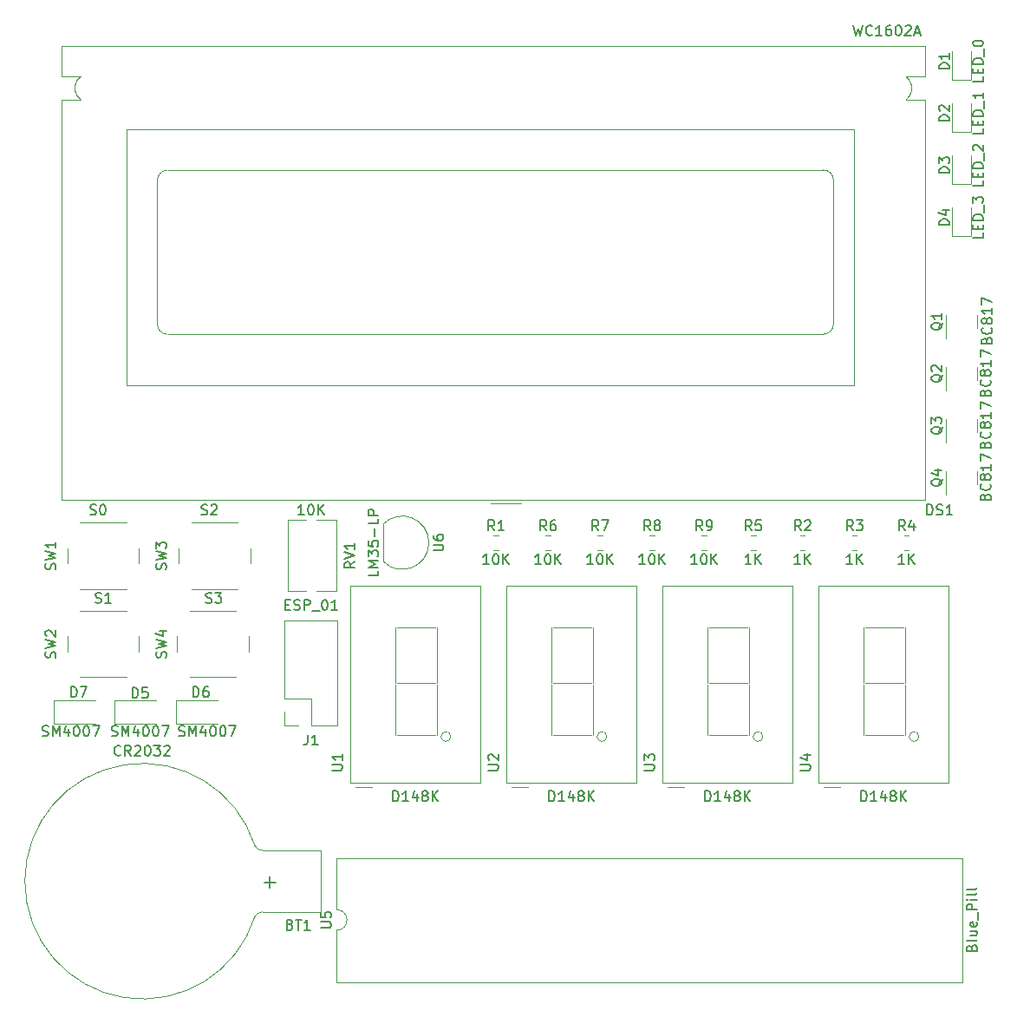
<source format=gbr>
G04 #@! TF.GenerationSoftware,KiCad,Pcbnew,(6.0.8)*
G04 #@! TF.CreationDate,2024-09-05T02:30:57-03:00*
G04 #@! TF.ProjectId,Projeto_01,50726f6a-6574-46f5-9f30-312e6b696361,rev?*
G04 #@! TF.SameCoordinates,Original*
G04 #@! TF.FileFunction,Legend,Top*
G04 #@! TF.FilePolarity,Positive*
%FSLAX46Y46*%
G04 Gerber Fmt 4.6, Leading zero omitted, Abs format (unit mm)*
G04 Created by KiCad (PCBNEW (6.0.8)) date 2024-09-05 02:30:57*
%MOMM*%
%LPD*%
G01*
G04 APERTURE LIST*
%ADD10C,0.150000*%
%ADD11C,0.120000*%
G04 APERTURE END LIST*
D10*
G04 #@! TO.C,U6*
X210022380Y-85851904D02*
X210831904Y-85851904D01*
X210927142Y-85804285D01*
X210974761Y-85756666D01*
X211022380Y-85661428D01*
X211022380Y-85470952D01*
X210974761Y-85375714D01*
X210927142Y-85328095D01*
X210831904Y-85280476D01*
X210022380Y-85280476D01*
X210022380Y-84375714D02*
X210022380Y-84566190D01*
X210070000Y-84661428D01*
X210117619Y-84709047D01*
X210260476Y-84804285D01*
X210450952Y-84851904D01*
X210831904Y-84851904D01*
X210927142Y-84804285D01*
X210974761Y-84756666D01*
X211022380Y-84661428D01*
X211022380Y-84470952D01*
X210974761Y-84375714D01*
X210927142Y-84328095D01*
X210831904Y-84280476D01*
X210593809Y-84280476D01*
X210498571Y-84328095D01*
X210450952Y-84375714D01*
X210403333Y-84470952D01*
X210403333Y-84661428D01*
X210450952Y-84756666D01*
X210498571Y-84804285D01*
X210593809Y-84851904D01*
X204672380Y-87828095D02*
X204672380Y-88304285D01*
X203672380Y-88304285D01*
X204672380Y-87494761D02*
X203672380Y-87494761D01*
X204386666Y-87161428D01*
X203672380Y-86828095D01*
X204672380Y-86828095D01*
X203672380Y-86447142D02*
X203672380Y-85828095D01*
X204053333Y-86161428D01*
X204053333Y-86018571D01*
X204100952Y-85923333D01*
X204148571Y-85875714D01*
X204243809Y-85828095D01*
X204481904Y-85828095D01*
X204577142Y-85875714D01*
X204624761Y-85923333D01*
X204672380Y-86018571D01*
X204672380Y-86304285D01*
X204624761Y-86399523D01*
X204577142Y-86447142D01*
X203672380Y-84923333D02*
X203672380Y-85399523D01*
X204148571Y-85447142D01*
X204100952Y-85399523D01*
X204053333Y-85304285D01*
X204053333Y-85066190D01*
X204100952Y-84970952D01*
X204148571Y-84923333D01*
X204243809Y-84875714D01*
X204481904Y-84875714D01*
X204577142Y-84923333D01*
X204624761Y-84970952D01*
X204672380Y-85066190D01*
X204672380Y-85304285D01*
X204624761Y-85399523D01*
X204577142Y-85447142D01*
X204291428Y-84447142D02*
X204291428Y-83685238D01*
X204672380Y-82732857D02*
X204672380Y-83209047D01*
X203672380Y-83209047D01*
X204672380Y-82399523D02*
X203672380Y-82399523D01*
X203672380Y-82018571D01*
X203720000Y-81923333D01*
X203767619Y-81875714D01*
X203862857Y-81828095D01*
X204005714Y-81828095D01*
X204100952Y-81875714D01*
X204148571Y-81923333D01*
X204196190Y-82018571D01*
X204196190Y-82399523D01*
G04 #@! TO.C,U5*
X199062380Y-122661904D02*
X199871904Y-122661904D01*
X199967142Y-122614285D01*
X200014761Y-122566666D01*
X200062380Y-122471428D01*
X200062380Y-122280952D01*
X200014761Y-122185714D01*
X199967142Y-122138095D01*
X199871904Y-122090476D01*
X199062380Y-122090476D01*
X199062380Y-121138095D02*
X199062380Y-121614285D01*
X199538571Y-121661904D01*
X199490952Y-121614285D01*
X199443333Y-121519047D01*
X199443333Y-121280952D01*
X199490952Y-121185714D01*
X199538571Y-121138095D01*
X199633809Y-121090476D01*
X199871904Y-121090476D01*
X199967142Y-121138095D01*
X200014761Y-121185714D01*
X200062380Y-121280952D01*
X200062380Y-121519047D01*
X200014761Y-121614285D01*
X199967142Y-121661904D01*
X262618571Y-124614285D02*
X262666190Y-124471428D01*
X262713809Y-124423809D01*
X262809047Y-124376190D01*
X262951904Y-124376190D01*
X263047142Y-124423809D01*
X263094761Y-124471428D01*
X263142380Y-124566666D01*
X263142380Y-124947619D01*
X262142380Y-124947619D01*
X262142380Y-124614285D01*
X262190000Y-124519047D01*
X262237619Y-124471428D01*
X262332857Y-124423809D01*
X262428095Y-124423809D01*
X262523333Y-124471428D01*
X262570952Y-124519047D01*
X262618571Y-124614285D01*
X262618571Y-124947619D01*
X263142380Y-123804761D02*
X263094761Y-123900000D01*
X262999523Y-123947619D01*
X262142380Y-123947619D01*
X262475714Y-122995238D02*
X263142380Y-122995238D01*
X262475714Y-123423809D02*
X262999523Y-123423809D01*
X263094761Y-123376190D01*
X263142380Y-123280952D01*
X263142380Y-123138095D01*
X263094761Y-123042857D01*
X263047142Y-122995238D01*
X263094761Y-122138095D02*
X263142380Y-122233333D01*
X263142380Y-122423809D01*
X263094761Y-122519047D01*
X262999523Y-122566666D01*
X262618571Y-122566666D01*
X262523333Y-122519047D01*
X262475714Y-122423809D01*
X262475714Y-122233333D01*
X262523333Y-122138095D01*
X262618571Y-122090476D01*
X262713809Y-122090476D01*
X262809047Y-122566666D01*
X263237619Y-121900000D02*
X263237619Y-121138095D01*
X263142380Y-120900000D02*
X262142380Y-120900000D01*
X262142380Y-120519047D01*
X262190000Y-120423809D01*
X262237619Y-120376190D01*
X262332857Y-120328571D01*
X262475714Y-120328571D01*
X262570952Y-120376190D01*
X262618571Y-120423809D01*
X262666190Y-120519047D01*
X262666190Y-120900000D01*
X263142380Y-119900000D02*
X262475714Y-119900000D01*
X262142380Y-119900000D02*
X262190000Y-119947619D01*
X262237619Y-119900000D01*
X262190000Y-119852380D01*
X262142380Y-119900000D01*
X262237619Y-119900000D01*
X263142380Y-119280952D02*
X263094761Y-119376190D01*
X262999523Y-119423809D01*
X262142380Y-119423809D01*
X263142380Y-118757142D02*
X263094761Y-118852380D01*
X262999523Y-118900000D01*
X262142380Y-118900000D01*
G04 #@! TO.C,U4*
X245892380Y-107289404D02*
X246701904Y-107289404D01*
X246797142Y-107241785D01*
X246844761Y-107194166D01*
X246892380Y-107098928D01*
X246892380Y-106908452D01*
X246844761Y-106813214D01*
X246797142Y-106765595D01*
X246701904Y-106717976D01*
X245892380Y-106717976D01*
X246225714Y-105813214D02*
X246892380Y-105813214D01*
X245844761Y-106051309D02*
X246559047Y-106289404D01*
X246559047Y-105670357D01*
X251809523Y-110307380D02*
X251809523Y-109307380D01*
X252047619Y-109307380D01*
X252190476Y-109355000D01*
X252285714Y-109450238D01*
X252333333Y-109545476D01*
X252380952Y-109735952D01*
X252380952Y-109878809D01*
X252333333Y-110069285D01*
X252285714Y-110164523D01*
X252190476Y-110259761D01*
X252047619Y-110307380D01*
X251809523Y-110307380D01*
X253333333Y-110307380D02*
X252761904Y-110307380D01*
X253047619Y-110307380D02*
X253047619Y-109307380D01*
X252952380Y-109450238D01*
X252857142Y-109545476D01*
X252761904Y-109593095D01*
X254190476Y-109640714D02*
X254190476Y-110307380D01*
X253952380Y-109259761D02*
X253714285Y-109974047D01*
X254333333Y-109974047D01*
X254857142Y-109735952D02*
X254761904Y-109688333D01*
X254714285Y-109640714D01*
X254666666Y-109545476D01*
X254666666Y-109497857D01*
X254714285Y-109402619D01*
X254761904Y-109355000D01*
X254857142Y-109307380D01*
X255047619Y-109307380D01*
X255142857Y-109355000D01*
X255190476Y-109402619D01*
X255238095Y-109497857D01*
X255238095Y-109545476D01*
X255190476Y-109640714D01*
X255142857Y-109688333D01*
X255047619Y-109735952D01*
X254857142Y-109735952D01*
X254761904Y-109783571D01*
X254714285Y-109831190D01*
X254666666Y-109926428D01*
X254666666Y-110116904D01*
X254714285Y-110212142D01*
X254761904Y-110259761D01*
X254857142Y-110307380D01*
X255047619Y-110307380D01*
X255142857Y-110259761D01*
X255190476Y-110212142D01*
X255238095Y-110116904D01*
X255238095Y-109926428D01*
X255190476Y-109831190D01*
X255142857Y-109783571D01*
X255047619Y-109735952D01*
X255666666Y-110307380D02*
X255666666Y-109307380D01*
X256238095Y-110307380D02*
X255809523Y-109735952D01*
X256238095Y-109307380D02*
X255666666Y-109878809D01*
G04 #@! TO.C,U3*
X230652380Y-107289404D02*
X231461904Y-107289404D01*
X231557142Y-107241785D01*
X231604761Y-107194166D01*
X231652380Y-107098928D01*
X231652380Y-106908452D01*
X231604761Y-106813214D01*
X231557142Y-106765595D01*
X231461904Y-106717976D01*
X230652380Y-106717976D01*
X230652380Y-106337023D02*
X230652380Y-105717976D01*
X231033333Y-106051309D01*
X231033333Y-105908452D01*
X231080952Y-105813214D01*
X231128571Y-105765595D01*
X231223809Y-105717976D01*
X231461904Y-105717976D01*
X231557142Y-105765595D01*
X231604761Y-105813214D01*
X231652380Y-105908452D01*
X231652380Y-106194166D01*
X231604761Y-106289404D01*
X231557142Y-106337023D01*
X236569523Y-110307380D02*
X236569523Y-109307380D01*
X236807619Y-109307380D01*
X236950476Y-109355000D01*
X237045714Y-109450238D01*
X237093333Y-109545476D01*
X237140952Y-109735952D01*
X237140952Y-109878809D01*
X237093333Y-110069285D01*
X237045714Y-110164523D01*
X236950476Y-110259761D01*
X236807619Y-110307380D01*
X236569523Y-110307380D01*
X238093333Y-110307380D02*
X237521904Y-110307380D01*
X237807619Y-110307380D02*
X237807619Y-109307380D01*
X237712380Y-109450238D01*
X237617142Y-109545476D01*
X237521904Y-109593095D01*
X238950476Y-109640714D02*
X238950476Y-110307380D01*
X238712380Y-109259761D02*
X238474285Y-109974047D01*
X239093333Y-109974047D01*
X239617142Y-109735952D02*
X239521904Y-109688333D01*
X239474285Y-109640714D01*
X239426666Y-109545476D01*
X239426666Y-109497857D01*
X239474285Y-109402619D01*
X239521904Y-109355000D01*
X239617142Y-109307380D01*
X239807619Y-109307380D01*
X239902857Y-109355000D01*
X239950476Y-109402619D01*
X239998095Y-109497857D01*
X239998095Y-109545476D01*
X239950476Y-109640714D01*
X239902857Y-109688333D01*
X239807619Y-109735952D01*
X239617142Y-109735952D01*
X239521904Y-109783571D01*
X239474285Y-109831190D01*
X239426666Y-109926428D01*
X239426666Y-110116904D01*
X239474285Y-110212142D01*
X239521904Y-110259761D01*
X239617142Y-110307380D01*
X239807619Y-110307380D01*
X239902857Y-110259761D01*
X239950476Y-110212142D01*
X239998095Y-110116904D01*
X239998095Y-109926428D01*
X239950476Y-109831190D01*
X239902857Y-109783571D01*
X239807619Y-109735952D01*
X240426666Y-110307380D02*
X240426666Y-109307380D01*
X240998095Y-110307380D02*
X240569523Y-109735952D01*
X240998095Y-109307380D02*
X240426666Y-109878809D01*
G04 #@! TO.C,U2*
X215412380Y-107289404D02*
X216221904Y-107289404D01*
X216317142Y-107241785D01*
X216364761Y-107194166D01*
X216412380Y-107098928D01*
X216412380Y-106908452D01*
X216364761Y-106813214D01*
X216317142Y-106765595D01*
X216221904Y-106717976D01*
X215412380Y-106717976D01*
X215507619Y-106289404D02*
X215460000Y-106241785D01*
X215412380Y-106146547D01*
X215412380Y-105908452D01*
X215460000Y-105813214D01*
X215507619Y-105765595D01*
X215602857Y-105717976D01*
X215698095Y-105717976D01*
X215840952Y-105765595D01*
X216412380Y-106337023D01*
X216412380Y-105717976D01*
X221329523Y-110307380D02*
X221329523Y-109307380D01*
X221567619Y-109307380D01*
X221710476Y-109355000D01*
X221805714Y-109450238D01*
X221853333Y-109545476D01*
X221900952Y-109735952D01*
X221900952Y-109878809D01*
X221853333Y-110069285D01*
X221805714Y-110164523D01*
X221710476Y-110259761D01*
X221567619Y-110307380D01*
X221329523Y-110307380D01*
X222853333Y-110307380D02*
X222281904Y-110307380D01*
X222567619Y-110307380D02*
X222567619Y-109307380D01*
X222472380Y-109450238D01*
X222377142Y-109545476D01*
X222281904Y-109593095D01*
X223710476Y-109640714D02*
X223710476Y-110307380D01*
X223472380Y-109259761D02*
X223234285Y-109974047D01*
X223853333Y-109974047D01*
X224377142Y-109735952D02*
X224281904Y-109688333D01*
X224234285Y-109640714D01*
X224186666Y-109545476D01*
X224186666Y-109497857D01*
X224234285Y-109402619D01*
X224281904Y-109355000D01*
X224377142Y-109307380D01*
X224567619Y-109307380D01*
X224662857Y-109355000D01*
X224710476Y-109402619D01*
X224758095Y-109497857D01*
X224758095Y-109545476D01*
X224710476Y-109640714D01*
X224662857Y-109688333D01*
X224567619Y-109735952D01*
X224377142Y-109735952D01*
X224281904Y-109783571D01*
X224234285Y-109831190D01*
X224186666Y-109926428D01*
X224186666Y-110116904D01*
X224234285Y-110212142D01*
X224281904Y-110259761D01*
X224377142Y-110307380D01*
X224567619Y-110307380D01*
X224662857Y-110259761D01*
X224710476Y-110212142D01*
X224758095Y-110116904D01*
X224758095Y-109926428D01*
X224710476Y-109831190D01*
X224662857Y-109783571D01*
X224567619Y-109735952D01*
X225186666Y-110307380D02*
X225186666Y-109307380D01*
X225758095Y-110307380D02*
X225329523Y-109735952D01*
X225758095Y-109307380D02*
X225186666Y-109878809D01*
G04 #@! TO.C,U1*
X200172380Y-107289404D02*
X200981904Y-107289404D01*
X201077142Y-107241785D01*
X201124761Y-107194166D01*
X201172380Y-107098928D01*
X201172380Y-106908452D01*
X201124761Y-106813214D01*
X201077142Y-106765595D01*
X200981904Y-106717976D01*
X200172380Y-106717976D01*
X201172380Y-105717976D02*
X201172380Y-106289404D01*
X201172380Y-106003690D02*
X200172380Y-106003690D01*
X200315238Y-106098928D01*
X200410476Y-106194166D01*
X200458095Y-106289404D01*
X206089523Y-110307380D02*
X206089523Y-109307380D01*
X206327619Y-109307380D01*
X206470476Y-109355000D01*
X206565714Y-109450238D01*
X206613333Y-109545476D01*
X206660952Y-109735952D01*
X206660952Y-109878809D01*
X206613333Y-110069285D01*
X206565714Y-110164523D01*
X206470476Y-110259761D01*
X206327619Y-110307380D01*
X206089523Y-110307380D01*
X207613333Y-110307380D02*
X207041904Y-110307380D01*
X207327619Y-110307380D02*
X207327619Y-109307380D01*
X207232380Y-109450238D01*
X207137142Y-109545476D01*
X207041904Y-109593095D01*
X208470476Y-109640714D02*
X208470476Y-110307380D01*
X208232380Y-109259761D02*
X207994285Y-109974047D01*
X208613333Y-109974047D01*
X209137142Y-109735952D02*
X209041904Y-109688333D01*
X208994285Y-109640714D01*
X208946666Y-109545476D01*
X208946666Y-109497857D01*
X208994285Y-109402619D01*
X209041904Y-109355000D01*
X209137142Y-109307380D01*
X209327619Y-109307380D01*
X209422857Y-109355000D01*
X209470476Y-109402619D01*
X209518095Y-109497857D01*
X209518095Y-109545476D01*
X209470476Y-109640714D01*
X209422857Y-109688333D01*
X209327619Y-109735952D01*
X209137142Y-109735952D01*
X209041904Y-109783571D01*
X208994285Y-109831190D01*
X208946666Y-109926428D01*
X208946666Y-110116904D01*
X208994285Y-110212142D01*
X209041904Y-110259761D01*
X209137142Y-110307380D01*
X209327619Y-110307380D01*
X209422857Y-110259761D01*
X209470476Y-110212142D01*
X209518095Y-110116904D01*
X209518095Y-109926428D01*
X209470476Y-109831190D01*
X209422857Y-109783571D01*
X209327619Y-109735952D01*
X209946666Y-110307380D02*
X209946666Y-109307380D01*
X210518095Y-110307380D02*
X210089523Y-109735952D01*
X210518095Y-109307380D02*
X209946666Y-109878809D01*
G04 #@! TO.C,SW4*
X183919761Y-96293333D02*
X183967380Y-96150476D01*
X183967380Y-95912380D01*
X183919761Y-95817142D01*
X183872142Y-95769523D01*
X183776904Y-95721904D01*
X183681666Y-95721904D01*
X183586428Y-95769523D01*
X183538809Y-95817142D01*
X183491190Y-95912380D01*
X183443571Y-96102857D01*
X183395952Y-96198095D01*
X183348333Y-96245714D01*
X183253095Y-96293333D01*
X183157857Y-96293333D01*
X183062619Y-96245714D01*
X183015000Y-96198095D01*
X182967380Y-96102857D01*
X182967380Y-95864761D01*
X183015000Y-95721904D01*
X182967380Y-95388571D02*
X183967380Y-95150476D01*
X183253095Y-94960000D01*
X183967380Y-94769523D01*
X182967380Y-94531428D01*
X183300714Y-93721904D02*
X183967380Y-93721904D01*
X182919761Y-93960000D02*
X183634047Y-94198095D01*
X183634047Y-93579047D01*
X187833095Y-90914761D02*
X187975952Y-90962380D01*
X188214047Y-90962380D01*
X188309285Y-90914761D01*
X188356904Y-90867142D01*
X188404523Y-90771904D01*
X188404523Y-90676666D01*
X188356904Y-90581428D01*
X188309285Y-90533809D01*
X188214047Y-90486190D01*
X188023571Y-90438571D01*
X187928333Y-90390952D01*
X187880714Y-90343333D01*
X187833095Y-90248095D01*
X187833095Y-90152857D01*
X187880714Y-90057619D01*
X187928333Y-90010000D01*
X188023571Y-89962380D01*
X188261666Y-89962380D01*
X188404523Y-90010000D01*
X188737857Y-89962380D02*
X189356904Y-89962380D01*
X189023571Y-90343333D01*
X189166428Y-90343333D01*
X189261666Y-90390952D01*
X189309285Y-90438571D01*
X189356904Y-90533809D01*
X189356904Y-90771904D01*
X189309285Y-90867142D01*
X189261666Y-90914761D01*
X189166428Y-90962380D01*
X188880714Y-90962380D01*
X188785476Y-90914761D01*
X188737857Y-90867142D01*
G04 #@! TO.C,SW3*
X183919761Y-87693333D02*
X183967380Y-87550476D01*
X183967380Y-87312380D01*
X183919761Y-87217142D01*
X183872142Y-87169523D01*
X183776904Y-87121904D01*
X183681666Y-87121904D01*
X183586428Y-87169523D01*
X183538809Y-87217142D01*
X183491190Y-87312380D01*
X183443571Y-87502857D01*
X183395952Y-87598095D01*
X183348333Y-87645714D01*
X183253095Y-87693333D01*
X183157857Y-87693333D01*
X183062619Y-87645714D01*
X183015000Y-87598095D01*
X182967380Y-87502857D01*
X182967380Y-87264761D01*
X183015000Y-87121904D01*
X182967380Y-86788571D02*
X183967380Y-86550476D01*
X183253095Y-86360000D01*
X183967380Y-86169523D01*
X182967380Y-85931428D01*
X182967380Y-85645714D02*
X182967380Y-85026666D01*
X183348333Y-85360000D01*
X183348333Y-85217142D01*
X183395952Y-85121904D01*
X183443571Y-85074285D01*
X183538809Y-85026666D01*
X183776904Y-85026666D01*
X183872142Y-85074285D01*
X183919761Y-85121904D01*
X183967380Y-85217142D01*
X183967380Y-85502857D01*
X183919761Y-85598095D01*
X183872142Y-85645714D01*
X187408095Y-82314761D02*
X187550952Y-82362380D01*
X187789047Y-82362380D01*
X187884285Y-82314761D01*
X187931904Y-82267142D01*
X187979523Y-82171904D01*
X187979523Y-82076666D01*
X187931904Y-81981428D01*
X187884285Y-81933809D01*
X187789047Y-81886190D01*
X187598571Y-81838571D01*
X187503333Y-81790952D01*
X187455714Y-81743333D01*
X187408095Y-81648095D01*
X187408095Y-81552857D01*
X187455714Y-81457619D01*
X187503333Y-81410000D01*
X187598571Y-81362380D01*
X187836666Y-81362380D01*
X187979523Y-81410000D01*
X188360476Y-81457619D02*
X188408095Y-81410000D01*
X188503333Y-81362380D01*
X188741428Y-81362380D01*
X188836666Y-81410000D01*
X188884285Y-81457619D01*
X188931904Y-81552857D01*
X188931904Y-81648095D01*
X188884285Y-81790952D01*
X188312857Y-82362380D01*
X188931904Y-82362380D01*
G04 #@! TO.C,SW2*
X173124761Y-96293333D02*
X173172380Y-96150476D01*
X173172380Y-95912380D01*
X173124761Y-95817142D01*
X173077142Y-95769523D01*
X172981904Y-95721904D01*
X172886666Y-95721904D01*
X172791428Y-95769523D01*
X172743809Y-95817142D01*
X172696190Y-95912380D01*
X172648571Y-96102857D01*
X172600952Y-96198095D01*
X172553333Y-96245714D01*
X172458095Y-96293333D01*
X172362857Y-96293333D01*
X172267619Y-96245714D01*
X172220000Y-96198095D01*
X172172380Y-96102857D01*
X172172380Y-95864761D01*
X172220000Y-95721904D01*
X172172380Y-95388571D02*
X173172380Y-95150476D01*
X172458095Y-94960000D01*
X173172380Y-94769523D01*
X172172380Y-94531428D01*
X172267619Y-94198095D02*
X172220000Y-94150476D01*
X172172380Y-94055238D01*
X172172380Y-93817142D01*
X172220000Y-93721904D01*
X172267619Y-93674285D01*
X172362857Y-93626666D01*
X172458095Y-93626666D01*
X172600952Y-93674285D01*
X173172380Y-94245714D01*
X173172380Y-93626666D01*
X177038095Y-90914761D02*
X177180952Y-90962380D01*
X177419047Y-90962380D01*
X177514285Y-90914761D01*
X177561904Y-90867142D01*
X177609523Y-90771904D01*
X177609523Y-90676666D01*
X177561904Y-90581428D01*
X177514285Y-90533809D01*
X177419047Y-90486190D01*
X177228571Y-90438571D01*
X177133333Y-90390952D01*
X177085714Y-90343333D01*
X177038095Y-90248095D01*
X177038095Y-90152857D01*
X177085714Y-90057619D01*
X177133333Y-90010000D01*
X177228571Y-89962380D01*
X177466666Y-89962380D01*
X177609523Y-90010000D01*
X178561904Y-90962380D02*
X177990476Y-90962380D01*
X178276190Y-90962380D02*
X178276190Y-89962380D01*
X178180952Y-90105238D01*
X178085714Y-90200476D01*
X177990476Y-90248095D01*
G04 #@! TO.C,SW1*
X173124761Y-87693333D02*
X173172380Y-87550476D01*
X173172380Y-87312380D01*
X173124761Y-87217142D01*
X173077142Y-87169523D01*
X172981904Y-87121904D01*
X172886666Y-87121904D01*
X172791428Y-87169523D01*
X172743809Y-87217142D01*
X172696190Y-87312380D01*
X172648571Y-87502857D01*
X172600952Y-87598095D01*
X172553333Y-87645714D01*
X172458095Y-87693333D01*
X172362857Y-87693333D01*
X172267619Y-87645714D01*
X172220000Y-87598095D01*
X172172380Y-87502857D01*
X172172380Y-87264761D01*
X172220000Y-87121904D01*
X172172380Y-86788571D02*
X173172380Y-86550476D01*
X172458095Y-86360000D01*
X173172380Y-86169523D01*
X172172380Y-85931428D01*
X173172380Y-85026666D02*
X173172380Y-85598095D01*
X173172380Y-85312380D02*
X172172380Y-85312380D01*
X172315238Y-85407619D01*
X172410476Y-85502857D01*
X172458095Y-85598095D01*
X176538095Y-82314761D02*
X176680952Y-82362380D01*
X176919047Y-82362380D01*
X177014285Y-82314761D01*
X177061904Y-82267142D01*
X177109523Y-82171904D01*
X177109523Y-82076666D01*
X177061904Y-81981428D01*
X177014285Y-81933809D01*
X176919047Y-81886190D01*
X176728571Y-81838571D01*
X176633333Y-81790952D01*
X176585714Y-81743333D01*
X176538095Y-81648095D01*
X176538095Y-81552857D01*
X176585714Y-81457619D01*
X176633333Y-81410000D01*
X176728571Y-81362380D01*
X176966666Y-81362380D01*
X177109523Y-81410000D01*
X177728571Y-81362380D02*
X177823809Y-81362380D01*
X177919047Y-81410000D01*
X177966666Y-81457619D01*
X178014285Y-81552857D01*
X178061904Y-81743333D01*
X178061904Y-81981428D01*
X178014285Y-82171904D01*
X177966666Y-82267142D01*
X177919047Y-82314761D01*
X177823809Y-82362380D01*
X177728571Y-82362380D01*
X177633333Y-82314761D01*
X177585714Y-82267142D01*
X177538095Y-82171904D01*
X177490476Y-81981428D01*
X177490476Y-81743333D01*
X177538095Y-81552857D01*
X177585714Y-81457619D01*
X177633333Y-81410000D01*
X177728571Y-81362380D01*
G04 #@! TO.C,RV1*
X202382380Y-86955238D02*
X201906190Y-87288571D01*
X202382380Y-87526666D02*
X201382380Y-87526666D01*
X201382380Y-87145714D01*
X201430000Y-87050476D01*
X201477619Y-87002857D01*
X201572857Y-86955238D01*
X201715714Y-86955238D01*
X201810952Y-87002857D01*
X201858571Y-87050476D01*
X201906190Y-87145714D01*
X201906190Y-87526666D01*
X201382380Y-86669523D02*
X202382380Y-86336190D01*
X201382380Y-86002857D01*
X202382380Y-85145714D02*
X202382380Y-85717142D01*
X202382380Y-85431428D02*
X201382380Y-85431428D01*
X201525238Y-85526666D01*
X201620476Y-85621904D01*
X201668095Y-85717142D01*
X197429523Y-82367380D02*
X196858095Y-82367380D01*
X197143809Y-82367380D02*
X197143809Y-81367380D01*
X197048571Y-81510238D01*
X196953333Y-81605476D01*
X196858095Y-81653095D01*
X198048571Y-81367380D02*
X198143809Y-81367380D01*
X198239047Y-81415000D01*
X198286666Y-81462619D01*
X198334285Y-81557857D01*
X198381904Y-81748333D01*
X198381904Y-81986428D01*
X198334285Y-82176904D01*
X198286666Y-82272142D01*
X198239047Y-82319761D01*
X198143809Y-82367380D01*
X198048571Y-82367380D01*
X197953333Y-82319761D01*
X197905714Y-82272142D01*
X197858095Y-82176904D01*
X197810476Y-81986428D01*
X197810476Y-81748333D01*
X197858095Y-81557857D01*
X197905714Y-81462619D01*
X197953333Y-81415000D01*
X198048571Y-81367380D01*
X198810476Y-82367380D02*
X198810476Y-81367380D01*
X199381904Y-82367380D02*
X198953333Y-81795952D01*
X199381904Y-81367380D02*
X198810476Y-81938809D01*
G04 #@! TO.C,R9*
X236323333Y-83892380D02*
X235990000Y-83416190D01*
X235751904Y-83892380D02*
X235751904Y-82892380D01*
X236132857Y-82892380D01*
X236228095Y-82940000D01*
X236275714Y-82987619D01*
X236323333Y-83082857D01*
X236323333Y-83225714D01*
X236275714Y-83320952D01*
X236228095Y-83368571D01*
X236132857Y-83416190D01*
X235751904Y-83416190D01*
X236799523Y-83892380D02*
X236990000Y-83892380D01*
X237085238Y-83844761D01*
X237132857Y-83797142D01*
X237228095Y-83654285D01*
X237275714Y-83463809D01*
X237275714Y-83082857D01*
X237228095Y-82987619D01*
X237180476Y-82940000D01*
X237085238Y-82892380D01*
X236894761Y-82892380D01*
X236799523Y-82940000D01*
X236751904Y-82987619D01*
X236704285Y-83082857D01*
X236704285Y-83320952D01*
X236751904Y-83416190D01*
X236799523Y-83463809D01*
X236894761Y-83511428D01*
X237085238Y-83511428D01*
X237180476Y-83463809D01*
X237228095Y-83416190D01*
X237275714Y-83320952D01*
X235799523Y-87192380D02*
X235228095Y-87192380D01*
X235513809Y-87192380D02*
X235513809Y-86192380D01*
X235418571Y-86335238D01*
X235323333Y-86430476D01*
X235228095Y-86478095D01*
X236418571Y-86192380D02*
X236513809Y-86192380D01*
X236609047Y-86240000D01*
X236656666Y-86287619D01*
X236704285Y-86382857D01*
X236751904Y-86573333D01*
X236751904Y-86811428D01*
X236704285Y-87001904D01*
X236656666Y-87097142D01*
X236609047Y-87144761D01*
X236513809Y-87192380D01*
X236418571Y-87192380D01*
X236323333Y-87144761D01*
X236275714Y-87097142D01*
X236228095Y-87001904D01*
X236180476Y-86811428D01*
X236180476Y-86573333D01*
X236228095Y-86382857D01*
X236275714Y-86287619D01*
X236323333Y-86240000D01*
X236418571Y-86192380D01*
X237180476Y-87192380D02*
X237180476Y-86192380D01*
X237751904Y-87192380D02*
X237323333Y-86620952D01*
X237751904Y-86192380D02*
X237180476Y-86763809D01*
G04 #@! TO.C,R8*
X231243333Y-83892380D02*
X230910000Y-83416190D01*
X230671904Y-83892380D02*
X230671904Y-82892380D01*
X231052857Y-82892380D01*
X231148095Y-82940000D01*
X231195714Y-82987619D01*
X231243333Y-83082857D01*
X231243333Y-83225714D01*
X231195714Y-83320952D01*
X231148095Y-83368571D01*
X231052857Y-83416190D01*
X230671904Y-83416190D01*
X231814761Y-83320952D02*
X231719523Y-83273333D01*
X231671904Y-83225714D01*
X231624285Y-83130476D01*
X231624285Y-83082857D01*
X231671904Y-82987619D01*
X231719523Y-82940000D01*
X231814761Y-82892380D01*
X232005238Y-82892380D01*
X232100476Y-82940000D01*
X232148095Y-82987619D01*
X232195714Y-83082857D01*
X232195714Y-83130476D01*
X232148095Y-83225714D01*
X232100476Y-83273333D01*
X232005238Y-83320952D01*
X231814761Y-83320952D01*
X231719523Y-83368571D01*
X231671904Y-83416190D01*
X231624285Y-83511428D01*
X231624285Y-83701904D01*
X231671904Y-83797142D01*
X231719523Y-83844761D01*
X231814761Y-83892380D01*
X232005238Y-83892380D01*
X232100476Y-83844761D01*
X232148095Y-83797142D01*
X232195714Y-83701904D01*
X232195714Y-83511428D01*
X232148095Y-83416190D01*
X232100476Y-83368571D01*
X232005238Y-83320952D01*
X230719523Y-87192380D02*
X230148095Y-87192380D01*
X230433809Y-87192380D02*
X230433809Y-86192380D01*
X230338571Y-86335238D01*
X230243333Y-86430476D01*
X230148095Y-86478095D01*
X231338571Y-86192380D02*
X231433809Y-86192380D01*
X231529047Y-86240000D01*
X231576666Y-86287619D01*
X231624285Y-86382857D01*
X231671904Y-86573333D01*
X231671904Y-86811428D01*
X231624285Y-87001904D01*
X231576666Y-87097142D01*
X231529047Y-87144761D01*
X231433809Y-87192380D01*
X231338571Y-87192380D01*
X231243333Y-87144761D01*
X231195714Y-87097142D01*
X231148095Y-87001904D01*
X231100476Y-86811428D01*
X231100476Y-86573333D01*
X231148095Y-86382857D01*
X231195714Y-86287619D01*
X231243333Y-86240000D01*
X231338571Y-86192380D01*
X232100476Y-87192380D02*
X232100476Y-86192380D01*
X232671904Y-87192380D02*
X232243333Y-86620952D01*
X232671904Y-86192380D02*
X232100476Y-86763809D01*
G04 #@! TO.C,R7*
X226163333Y-83892380D02*
X225830000Y-83416190D01*
X225591904Y-83892380D02*
X225591904Y-82892380D01*
X225972857Y-82892380D01*
X226068095Y-82940000D01*
X226115714Y-82987619D01*
X226163333Y-83082857D01*
X226163333Y-83225714D01*
X226115714Y-83320952D01*
X226068095Y-83368571D01*
X225972857Y-83416190D01*
X225591904Y-83416190D01*
X226496666Y-82892380D02*
X227163333Y-82892380D01*
X226734761Y-83892380D01*
X225639523Y-87192380D02*
X225068095Y-87192380D01*
X225353809Y-87192380D02*
X225353809Y-86192380D01*
X225258571Y-86335238D01*
X225163333Y-86430476D01*
X225068095Y-86478095D01*
X226258571Y-86192380D02*
X226353809Y-86192380D01*
X226449047Y-86240000D01*
X226496666Y-86287619D01*
X226544285Y-86382857D01*
X226591904Y-86573333D01*
X226591904Y-86811428D01*
X226544285Y-87001904D01*
X226496666Y-87097142D01*
X226449047Y-87144761D01*
X226353809Y-87192380D01*
X226258571Y-87192380D01*
X226163333Y-87144761D01*
X226115714Y-87097142D01*
X226068095Y-87001904D01*
X226020476Y-86811428D01*
X226020476Y-86573333D01*
X226068095Y-86382857D01*
X226115714Y-86287619D01*
X226163333Y-86240000D01*
X226258571Y-86192380D01*
X227020476Y-87192380D02*
X227020476Y-86192380D01*
X227591904Y-87192380D02*
X227163333Y-86620952D01*
X227591904Y-86192380D02*
X227020476Y-86763809D01*
G04 #@! TO.C,R6*
X221083333Y-83892380D02*
X220750000Y-83416190D01*
X220511904Y-83892380D02*
X220511904Y-82892380D01*
X220892857Y-82892380D01*
X220988095Y-82940000D01*
X221035714Y-82987619D01*
X221083333Y-83082857D01*
X221083333Y-83225714D01*
X221035714Y-83320952D01*
X220988095Y-83368571D01*
X220892857Y-83416190D01*
X220511904Y-83416190D01*
X221940476Y-82892380D02*
X221750000Y-82892380D01*
X221654761Y-82940000D01*
X221607142Y-82987619D01*
X221511904Y-83130476D01*
X221464285Y-83320952D01*
X221464285Y-83701904D01*
X221511904Y-83797142D01*
X221559523Y-83844761D01*
X221654761Y-83892380D01*
X221845238Y-83892380D01*
X221940476Y-83844761D01*
X221988095Y-83797142D01*
X222035714Y-83701904D01*
X222035714Y-83463809D01*
X221988095Y-83368571D01*
X221940476Y-83320952D01*
X221845238Y-83273333D01*
X221654761Y-83273333D01*
X221559523Y-83320952D01*
X221511904Y-83368571D01*
X221464285Y-83463809D01*
X220559523Y-87192380D02*
X219988095Y-87192380D01*
X220273809Y-87192380D02*
X220273809Y-86192380D01*
X220178571Y-86335238D01*
X220083333Y-86430476D01*
X219988095Y-86478095D01*
X221178571Y-86192380D02*
X221273809Y-86192380D01*
X221369047Y-86240000D01*
X221416666Y-86287619D01*
X221464285Y-86382857D01*
X221511904Y-86573333D01*
X221511904Y-86811428D01*
X221464285Y-87001904D01*
X221416666Y-87097142D01*
X221369047Y-87144761D01*
X221273809Y-87192380D01*
X221178571Y-87192380D01*
X221083333Y-87144761D01*
X221035714Y-87097142D01*
X220988095Y-87001904D01*
X220940476Y-86811428D01*
X220940476Y-86573333D01*
X220988095Y-86382857D01*
X221035714Y-86287619D01*
X221083333Y-86240000D01*
X221178571Y-86192380D01*
X221940476Y-87192380D02*
X221940476Y-86192380D01*
X222511904Y-87192380D02*
X222083333Y-86620952D01*
X222511904Y-86192380D02*
X221940476Y-86763809D01*
G04 #@! TO.C,R5*
X241133333Y-83892380D02*
X240800000Y-83416190D01*
X240561904Y-83892380D02*
X240561904Y-82892380D01*
X240942857Y-82892380D01*
X241038095Y-82940000D01*
X241085714Y-82987619D01*
X241133333Y-83082857D01*
X241133333Y-83225714D01*
X241085714Y-83320952D01*
X241038095Y-83368571D01*
X240942857Y-83416190D01*
X240561904Y-83416190D01*
X242038095Y-82892380D02*
X241561904Y-82892380D01*
X241514285Y-83368571D01*
X241561904Y-83320952D01*
X241657142Y-83273333D01*
X241895238Y-83273333D01*
X241990476Y-83320952D01*
X242038095Y-83368571D01*
X242085714Y-83463809D01*
X242085714Y-83701904D01*
X242038095Y-83797142D01*
X241990476Y-83844761D01*
X241895238Y-83892380D01*
X241657142Y-83892380D01*
X241561904Y-83844761D01*
X241514285Y-83797142D01*
X241085714Y-87192380D02*
X240514285Y-87192380D01*
X240800000Y-87192380D02*
X240800000Y-86192380D01*
X240704761Y-86335238D01*
X240609523Y-86430476D01*
X240514285Y-86478095D01*
X241514285Y-87192380D02*
X241514285Y-86192380D01*
X242085714Y-87192380D02*
X241657142Y-86620952D01*
X242085714Y-86192380D02*
X241514285Y-86763809D01*
G04 #@! TO.C,R4*
X256103333Y-83892380D02*
X255770000Y-83416190D01*
X255531904Y-83892380D02*
X255531904Y-82892380D01*
X255912857Y-82892380D01*
X256008095Y-82940000D01*
X256055714Y-82987619D01*
X256103333Y-83082857D01*
X256103333Y-83225714D01*
X256055714Y-83320952D01*
X256008095Y-83368571D01*
X255912857Y-83416190D01*
X255531904Y-83416190D01*
X256960476Y-83225714D02*
X256960476Y-83892380D01*
X256722380Y-82844761D02*
X256484285Y-83559047D01*
X257103333Y-83559047D01*
X256055714Y-87192380D02*
X255484285Y-87192380D01*
X255770000Y-87192380D02*
X255770000Y-86192380D01*
X255674761Y-86335238D01*
X255579523Y-86430476D01*
X255484285Y-86478095D01*
X256484285Y-87192380D02*
X256484285Y-86192380D01*
X257055714Y-87192380D02*
X256627142Y-86620952D01*
X257055714Y-86192380D02*
X256484285Y-86763809D01*
G04 #@! TO.C,R3*
X251023333Y-83892380D02*
X250690000Y-83416190D01*
X250451904Y-83892380D02*
X250451904Y-82892380D01*
X250832857Y-82892380D01*
X250928095Y-82940000D01*
X250975714Y-82987619D01*
X251023333Y-83082857D01*
X251023333Y-83225714D01*
X250975714Y-83320952D01*
X250928095Y-83368571D01*
X250832857Y-83416190D01*
X250451904Y-83416190D01*
X251356666Y-82892380D02*
X251975714Y-82892380D01*
X251642380Y-83273333D01*
X251785238Y-83273333D01*
X251880476Y-83320952D01*
X251928095Y-83368571D01*
X251975714Y-83463809D01*
X251975714Y-83701904D01*
X251928095Y-83797142D01*
X251880476Y-83844761D01*
X251785238Y-83892380D01*
X251499523Y-83892380D01*
X251404285Y-83844761D01*
X251356666Y-83797142D01*
X250975714Y-87192380D02*
X250404285Y-87192380D01*
X250690000Y-87192380D02*
X250690000Y-86192380D01*
X250594761Y-86335238D01*
X250499523Y-86430476D01*
X250404285Y-86478095D01*
X251404285Y-87192380D02*
X251404285Y-86192380D01*
X251975714Y-87192380D02*
X251547142Y-86620952D01*
X251975714Y-86192380D02*
X251404285Y-86763809D01*
G04 #@! TO.C,R2*
X245943333Y-83892380D02*
X245610000Y-83416190D01*
X245371904Y-83892380D02*
X245371904Y-82892380D01*
X245752857Y-82892380D01*
X245848095Y-82940000D01*
X245895714Y-82987619D01*
X245943333Y-83082857D01*
X245943333Y-83225714D01*
X245895714Y-83320952D01*
X245848095Y-83368571D01*
X245752857Y-83416190D01*
X245371904Y-83416190D01*
X246324285Y-82987619D02*
X246371904Y-82940000D01*
X246467142Y-82892380D01*
X246705238Y-82892380D01*
X246800476Y-82940000D01*
X246848095Y-82987619D01*
X246895714Y-83082857D01*
X246895714Y-83178095D01*
X246848095Y-83320952D01*
X246276666Y-83892380D01*
X246895714Y-83892380D01*
X245895714Y-87192380D02*
X245324285Y-87192380D01*
X245610000Y-87192380D02*
X245610000Y-86192380D01*
X245514761Y-86335238D01*
X245419523Y-86430476D01*
X245324285Y-86478095D01*
X246324285Y-87192380D02*
X246324285Y-86192380D01*
X246895714Y-87192380D02*
X246467142Y-86620952D01*
X246895714Y-86192380D02*
X246324285Y-86763809D01*
G04 #@! TO.C,R1*
X216003333Y-83892380D02*
X215670000Y-83416190D01*
X215431904Y-83892380D02*
X215431904Y-82892380D01*
X215812857Y-82892380D01*
X215908095Y-82940000D01*
X215955714Y-82987619D01*
X216003333Y-83082857D01*
X216003333Y-83225714D01*
X215955714Y-83320952D01*
X215908095Y-83368571D01*
X215812857Y-83416190D01*
X215431904Y-83416190D01*
X216955714Y-83892380D02*
X216384285Y-83892380D01*
X216670000Y-83892380D02*
X216670000Y-82892380D01*
X216574761Y-83035238D01*
X216479523Y-83130476D01*
X216384285Y-83178095D01*
X215479523Y-87192380D02*
X214908095Y-87192380D01*
X215193809Y-87192380D02*
X215193809Y-86192380D01*
X215098571Y-86335238D01*
X215003333Y-86430476D01*
X214908095Y-86478095D01*
X216098571Y-86192380D02*
X216193809Y-86192380D01*
X216289047Y-86240000D01*
X216336666Y-86287619D01*
X216384285Y-86382857D01*
X216431904Y-86573333D01*
X216431904Y-86811428D01*
X216384285Y-87001904D01*
X216336666Y-87097142D01*
X216289047Y-87144761D01*
X216193809Y-87192380D01*
X216098571Y-87192380D01*
X216003333Y-87144761D01*
X215955714Y-87097142D01*
X215908095Y-87001904D01*
X215860476Y-86811428D01*
X215860476Y-86573333D01*
X215908095Y-86382857D01*
X215955714Y-86287619D01*
X216003333Y-86240000D01*
X216098571Y-86192380D01*
X216860476Y-87192380D02*
X216860476Y-86192380D01*
X217431904Y-87192380D02*
X217003333Y-86620952D01*
X217431904Y-86192380D02*
X216860476Y-86763809D01*
G04 #@! TO.C,Q4*
X259767619Y-78835238D02*
X259720000Y-78930476D01*
X259624761Y-79025714D01*
X259481904Y-79168571D01*
X259434285Y-79263809D01*
X259434285Y-79359047D01*
X259672380Y-79311428D02*
X259624761Y-79406666D01*
X259529523Y-79501904D01*
X259339047Y-79549523D01*
X259005714Y-79549523D01*
X258815238Y-79501904D01*
X258720000Y-79406666D01*
X258672380Y-79311428D01*
X258672380Y-79120952D01*
X258720000Y-79025714D01*
X258815238Y-78930476D01*
X259005714Y-78882857D01*
X259339047Y-78882857D01*
X259529523Y-78930476D01*
X259624761Y-79025714D01*
X259672380Y-79120952D01*
X259672380Y-79311428D01*
X259005714Y-78025714D02*
X259672380Y-78025714D01*
X258624761Y-78263809D02*
X259339047Y-78501904D01*
X259339047Y-77882857D01*
X263948571Y-80597142D02*
X263996190Y-80454285D01*
X264043809Y-80406666D01*
X264139047Y-80359047D01*
X264281904Y-80359047D01*
X264377142Y-80406666D01*
X264424761Y-80454285D01*
X264472380Y-80549523D01*
X264472380Y-80930476D01*
X263472380Y-80930476D01*
X263472380Y-80597142D01*
X263520000Y-80501904D01*
X263567619Y-80454285D01*
X263662857Y-80406666D01*
X263758095Y-80406666D01*
X263853333Y-80454285D01*
X263900952Y-80501904D01*
X263948571Y-80597142D01*
X263948571Y-80930476D01*
X264377142Y-79359047D02*
X264424761Y-79406666D01*
X264472380Y-79549523D01*
X264472380Y-79644761D01*
X264424761Y-79787619D01*
X264329523Y-79882857D01*
X264234285Y-79930476D01*
X264043809Y-79978095D01*
X263900952Y-79978095D01*
X263710476Y-79930476D01*
X263615238Y-79882857D01*
X263520000Y-79787619D01*
X263472380Y-79644761D01*
X263472380Y-79549523D01*
X263520000Y-79406666D01*
X263567619Y-79359047D01*
X263900952Y-78787619D02*
X263853333Y-78882857D01*
X263805714Y-78930476D01*
X263710476Y-78978095D01*
X263662857Y-78978095D01*
X263567619Y-78930476D01*
X263520000Y-78882857D01*
X263472380Y-78787619D01*
X263472380Y-78597142D01*
X263520000Y-78501904D01*
X263567619Y-78454285D01*
X263662857Y-78406666D01*
X263710476Y-78406666D01*
X263805714Y-78454285D01*
X263853333Y-78501904D01*
X263900952Y-78597142D01*
X263900952Y-78787619D01*
X263948571Y-78882857D01*
X263996190Y-78930476D01*
X264091428Y-78978095D01*
X264281904Y-78978095D01*
X264377142Y-78930476D01*
X264424761Y-78882857D01*
X264472380Y-78787619D01*
X264472380Y-78597142D01*
X264424761Y-78501904D01*
X264377142Y-78454285D01*
X264281904Y-78406666D01*
X264091428Y-78406666D01*
X263996190Y-78454285D01*
X263948571Y-78501904D01*
X263900952Y-78597142D01*
X264472380Y-77454285D02*
X264472380Y-78025714D01*
X264472380Y-77740000D02*
X263472380Y-77740000D01*
X263615238Y-77835238D01*
X263710476Y-77930476D01*
X263758095Y-78025714D01*
X263472380Y-77120952D02*
X263472380Y-76454285D01*
X264472380Y-76882857D01*
G04 #@! TO.C,Q3*
X259767619Y-73755238D02*
X259720000Y-73850476D01*
X259624761Y-73945714D01*
X259481904Y-74088571D01*
X259434285Y-74183809D01*
X259434285Y-74279047D01*
X259672380Y-74231428D02*
X259624761Y-74326666D01*
X259529523Y-74421904D01*
X259339047Y-74469523D01*
X259005714Y-74469523D01*
X258815238Y-74421904D01*
X258720000Y-74326666D01*
X258672380Y-74231428D01*
X258672380Y-74040952D01*
X258720000Y-73945714D01*
X258815238Y-73850476D01*
X259005714Y-73802857D01*
X259339047Y-73802857D01*
X259529523Y-73850476D01*
X259624761Y-73945714D01*
X259672380Y-74040952D01*
X259672380Y-74231428D01*
X258672380Y-73469523D02*
X258672380Y-72850476D01*
X259053333Y-73183809D01*
X259053333Y-73040952D01*
X259100952Y-72945714D01*
X259148571Y-72898095D01*
X259243809Y-72850476D01*
X259481904Y-72850476D01*
X259577142Y-72898095D01*
X259624761Y-72945714D01*
X259672380Y-73040952D01*
X259672380Y-73326666D01*
X259624761Y-73421904D01*
X259577142Y-73469523D01*
X263948571Y-75517142D02*
X263996190Y-75374285D01*
X264043809Y-75326666D01*
X264139047Y-75279047D01*
X264281904Y-75279047D01*
X264377142Y-75326666D01*
X264424761Y-75374285D01*
X264472380Y-75469523D01*
X264472380Y-75850476D01*
X263472380Y-75850476D01*
X263472380Y-75517142D01*
X263520000Y-75421904D01*
X263567619Y-75374285D01*
X263662857Y-75326666D01*
X263758095Y-75326666D01*
X263853333Y-75374285D01*
X263900952Y-75421904D01*
X263948571Y-75517142D01*
X263948571Y-75850476D01*
X264377142Y-74279047D02*
X264424761Y-74326666D01*
X264472380Y-74469523D01*
X264472380Y-74564761D01*
X264424761Y-74707619D01*
X264329523Y-74802857D01*
X264234285Y-74850476D01*
X264043809Y-74898095D01*
X263900952Y-74898095D01*
X263710476Y-74850476D01*
X263615238Y-74802857D01*
X263520000Y-74707619D01*
X263472380Y-74564761D01*
X263472380Y-74469523D01*
X263520000Y-74326666D01*
X263567619Y-74279047D01*
X263900952Y-73707619D02*
X263853333Y-73802857D01*
X263805714Y-73850476D01*
X263710476Y-73898095D01*
X263662857Y-73898095D01*
X263567619Y-73850476D01*
X263520000Y-73802857D01*
X263472380Y-73707619D01*
X263472380Y-73517142D01*
X263520000Y-73421904D01*
X263567619Y-73374285D01*
X263662857Y-73326666D01*
X263710476Y-73326666D01*
X263805714Y-73374285D01*
X263853333Y-73421904D01*
X263900952Y-73517142D01*
X263900952Y-73707619D01*
X263948571Y-73802857D01*
X263996190Y-73850476D01*
X264091428Y-73898095D01*
X264281904Y-73898095D01*
X264377142Y-73850476D01*
X264424761Y-73802857D01*
X264472380Y-73707619D01*
X264472380Y-73517142D01*
X264424761Y-73421904D01*
X264377142Y-73374285D01*
X264281904Y-73326666D01*
X264091428Y-73326666D01*
X263996190Y-73374285D01*
X263948571Y-73421904D01*
X263900952Y-73517142D01*
X264472380Y-72374285D02*
X264472380Y-72945714D01*
X264472380Y-72660000D02*
X263472380Y-72660000D01*
X263615238Y-72755238D01*
X263710476Y-72850476D01*
X263758095Y-72945714D01*
X263472380Y-72040952D02*
X263472380Y-71374285D01*
X264472380Y-71802857D01*
G04 #@! TO.C,Q2*
X259767619Y-68675238D02*
X259720000Y-68770476D01*
X259624761Y-68865714D01*
X259481904Y-69008571D01*
X259434285Y-69103809D01*
X259434285Y-69199047D01*
X259672380Y-69151428D02*
X259624761Y-69246666D01*
X259529523Y-69341904D01*
X259339047Y-69389523D01*
X259005714Y-69389523D01*
X258815238Y-69341904D01*
X258720000Y-69246666D01*
X258672380Y-69151428D01*
X258672380Y-68960952D01*
X258720000Y-68865714D01*
X258815238Y-68770476D01*
X259005714Y-68722857D01*
X259339047Y-68722857D01*
X259529523Y-68770476D01*
X259624761Y-68865714D01*
X259672380Y-68960952D01*
X259672380Y-69151428D01*
X258767619Y-68341904D02*
X258720000Y-68294285D01*
X258672380Y-68199047D01*
X258672380Y-67960952D01*
X258720000Y-67865714D01*
X258767619Y-67818095D01*
X258862857Y-67770476D01*
X258958095Y-67770476D01*
X259100952Y-67818095D01*
X259672380Y-68389523D01*
X259672380Y-67770476D01*
X263948571Y-70437142D02*
X263996190Y-70294285D01*
X264043809Y-70246666D01*
X264139047Y-70199047D01*
X264281904Y-70199047D01*
X264377142Y-70246666D01*
X264424761Y-70294285D01*
X264472380Y-70389523D01*
X264472380Y-70770476D01*
X263472380Y-70770476D01*
X263472380Y-70437142D01*
X263520000Y-70341904D01*
X263567619Y-70294285D01*
X263662857Y-70246666D01*
X263758095Y-70246666D01*
X263853333Y-70294285D01*
X263900952Y-70341904D01*
X263948571Y-70437142D01*
X263948571Y-70770476D01*
X264377142Y-69199047D02*
X264424761Y-69246666D01*
X264472380Y-69389523D01*
X264472380Y-69484761D01*
X264424761Y-69627619D01*
X264329523Y-69722857D01*
X264234285Y-69770476D01*
X264043809Y-69818095D01*
X263900952Y-69818095D01*
X263710476Y-69770476D01*
X263615238Y-69722857D01*
X263520000Y-69627619D01*
X263472380Y-69484761D01*
X263472380Y-69389523D01*
X263520000Y-69246666D01*
X263567619Y-69199047D01*
X263900952Y-68627619D02*
X263853333Y-68722857D01*
X263805714Y-68770476D01*
X263710476Y-68818095D01*
X263662857Y-68818095D01*
X263567619Y-68770476D01*
X263520000Y-68722857D01*
X263472380Y-68627619D01*
X263472380Y-68437142D01*
X263520000Y-68341904D01*
X263567619Y-68294285D01*
X263662857Y-68246666D01*
X263710476Y-68246666D01*
X263805714Y-68294285D01*
X263853333Y-68341904D01*
X263900952Y-68437142D01*
X263900952Y-68627619D01*
X263948571Y-68722857D01*
X263996190Y-68770476D01*
X264091428Y-68818095D01*
X264281904Y-68818095D01*
X264377142Y-68770476D01*
X264424761Y-68722857D01*
X264472380Y-68627619D01*
X264472380Y-68437142D01*
X264424761Y-68341904D01*
X264377142Y-68294285D01*
X264281904Y-68246666D01*
X264091428Y-68246666D01*
X263996190Y-68294285D01*
X263948571Y-68341904D01*
X263900952Y-68437142D01*
X264472380Y-67294285D02*
X264472380Y-67865714D01*
X264472380Y-67580000D02*
X263472380Y-67580000D01*
X263615238Y-67675238D01*
X263710476Y-67770476D01*
X263758095Y-67865714D01*
X263472380Y-66960952D02*
X263472380Y-66294285D01*
X264472380Y-66722857D01*
G04 #@! TO.C,Q1*
X259767619Y-63595238D02*
X259720000Y-63690476D01*
X259624761Y-63785714D01*
X259481904Y-63928571D01*
X259434285Y-64023809D01*
X259434285Y-64119047D01*
X259672380Y-64071428D02*
X259624761Y-64166666D01*
X259529523Y-64261904D01*
X259339047Y-64309523D01*
X259005714Y-64309523D01*
X258815238Y-64261904D01*
X258720000Y-64166666D01*
X258672380Y-64071428D01*
X258672380Y-63880952D01*
X258720000Y-63785714D01*
X258815238Y-63690476D01*
X259005714Y-63642857D01*
X259339047Y-63642857D01*
X259529523Y-63690476D01*
X259624761Y-63785714D01*
X259672380Y-63880952D01*
X259672380Y-64071428D01*
X259672380Y-62690476D02*
X259672380Y-63261904D01*
X259672380Y-62976190D02*
X258672380Y-62976190D01*
X258815238Y-63071428D01*
X258910476Y-63166666D01*
X258958095Y-63261904D01*
X264088571Y-65347142D02*
X264136190Y-65204285D01*
X264183809Y-65156666D01*
X264279047Y-65109047D01*
X264421904Y-65109047D01*
X264517142Y-65156666D01*
X264564761Y-65204285D01*
X264612380Y-65299523D01*
X264612380Y-65680476D01*
X263612380Y-65680476D01*
X263612380Y-65347142D01*
X263660000Y-65251904D01*
X263707619Y-65204285D01*
X263802857Y-65156666D01*
X263898095Y-65156666D01*
X263993333Y-65204285D01*
X264040952Y-65251904D01*
X264088571Y-65347142D01*
X264088571Y-65680476D01*
X264517142Y-64109047D02*
X264564761Y-64156666D01*
X264612380Y-64299523D01*
X264612380Y-64394761D01*
X264564761Y-64537619D01*
X264469523Y-64632857D01*
X264374285Y-64680476D01*
X264183809Y-64728095D01*
X264040952Y-64728095D01*
X263850476Y-64680476D01*
X263755238Y-64632857D01*
X263660000Y-64537619D01*
X263612380Y-64394761D01*
X263612380Y-64299523D01*
X263660000Y-64156666D01*
X263707619Y-64109047D01*
X264040952Y-63537619D02*
X263993333Y-63632857D01*
X263945714Y-63680476D01*
X263850476Y-63728095D01*
X263802857Y-63728095D01*
X263707619Y-63680476D01*
X263660000Y-63632857D01*
X263612380Y-63537619D01*
X263612380Y-63347142D01*
X263660000Y-63251904D01*
X263707619Y-63204285D01*
X263802857Y-63156666D01*
X263850476Y-63156666D01*
X263945714Y-63204285D01*
X263993333Y-63251904D01*
X264040952Y-63347142D01*
X264040952Y-63537619D01*
X264088571Y-63632857D01*
X264136190Y-63680476D01*
X264231428Y-63728095D01*
X264421904Y-63728095D01*
X264517142Y-63680476D01*
X264564761Y-63632857D01*
X264612380Y-63537619D01*
X264612380Y-63347142D01*
X264564761Y-63251904D01*
X264517142Y-63204285D01*
X264421904Y-63156666D01*
X264231428Y-63156666D01*
X264136190Y-63204285D01*
X264088571Y-63251904D01*
X264040952Y-63347142D01*
X264612380Y-62204285D02*
X264612380Y-62775714D01*
X264612380Y-62490000D02*
X263612380Y-62490000D01*
X263755238Y-62585238D01*
X263850476Y-62680476D01*
X263898095Y-62775714D01*
X263612380Y-61870952D02*
X263612380Y-61204285D01*
X264612380Y-61632857D01*
G04 #@! TO.C,J1*
X197766666Y-103812380D02*
X197766666Y-104526666D01*
X197719047Y-104669523D01*
X197623809Y-104764761D01*
X197480952Y-104812380D01*
X197385714Y-104812380D01*
X198766666Y-104812380D02*
X198195238Y-104812380D01*
X198480952Y-104812380D02*
X198480952Y-103812380D01*
X198385714Y-103955238D01*
X198290476Y-104050476D01*
X198195238Y-104098095D01*
X195576190Y-91128571D02*
X195909523Y-91128571D01*
X196052380Y-91652380D02*
X195576190Y-91652380D01*
X195576190Y-90652380D01*
X196052380Y-90652380D01*
X196433333Y-91604761D02*
X196576190Y-91652380D01*
X196814285Y-91652380D01*
X196909523Y-91604761D01*
X196957142Y-91557142D01*
X197004761Y-91461904D01*
X197004761Y-91366666D01*
X196957142Y-91271428D01*
X196909523Y-91223809D01*
X196814285Y-91176190D01*
X196623809Y-91128571D01*
X196528571Y-91080952D01*
X196480952Y-91033333D01*
X196433333Y-90938095D01*
X196433333Y-90842857D01*
X196480952Y-90747619D01*
X196528571Y-90700000D01*
X196623809Y-90652380D01*
X196861904Y-90652380D01*
X197004761Y-90700000D01*
X197433333Y-91652380D02*
X197433333Y-90652380D01*
X197814285Y-90652380D01*
X197909523Y-90700000D01*
X197957142Y-90747619D01*
X198004761Y-90842857D01*
X198004761Y-90985714D01*
X197957142Y-91080952D01*
X197909523Y-91128571D01*
X197814285Y-91176190D01*
X197433333Y-91176190D01*
X198195238Y-91747619D02*
X198957142Y-91747619D01*
X199385714Y-90652380D02*
X199480952Y-90652380D01*
X199576190Y-90700000D01*
X199623809Y-90747619D01*
X199671428Y-90842857D01*
X199719047Y-91033333D01*
X199719047Y-91271428D01*
X199671428Y-91461904D01*
X199623809Y-91557142D01*
X199576190Y-91604761D01*
X199480952Y-91652380D01*
X199385714Y-91652380D01*
X199290476Y-91604761D01*
X199242857Y-91557142D01*
X199195238Y-91461904D01*
X199147619Y-91271428D01*
X199147619Y-91033333D01*
X199195238Y-90842857D01*
X199242857Y-90747619D01*
X199290476Y-90700000D01*
X199385714Y-90652380D01*
X200671428Y-91652380D02*
X200100000Y-91652380D01*
X200385714Y-91652380D02*
X200385714Y-90652380D01*
X200290476Y-90795238D01*
X200195238Y-90890476D01*
X200100000Y-90938095D01*
G04 #@! TO.C,DS1*
X258245714Y-82367380D02*
X258245714Y-81367380D01*
X258483809Y-81367380D01*
X258626666Y-81415000D01*
X258721904Y-81510238D01*
X258769523Y-81605476D01*
X258817142Y-81795952D01*
X258817142Y-81938809D01*
X258769523Y-82129285D01*
X258721904Y-82224523D01*
X258626666Y-82319761D01*
X258483809Y-82367380D01*
X258245714Y-82367380D01*
X259198095Y-82319761D02*
X259340952Y-82367380D01*
X259579047Y-82367380D01*
X259674285Y-82319761D01*
X259721904Y-82272142D01*
X259769523Y-82176904D01*
X259769523Y-82081666D01*
X259721904Y-81986428D01*
X259674285Y-81938809D01*
X259579047Y-81891190D01*
X259388571Y-81843571D01*
X259293333Y-81795952D01*
X259245714Y-81748333D01*
X259198095Y-81653095D01*
X259198095Y-81557857D01*
X259245714Y-81462619D01*
X259293333Y-81415000D01*
X259388571Y-81367380D01*
X259626666Y-81367380D01*
X259769523Y-81415000D01*
X260721904Y-82367380D02*
X260150476Y-82367380D01*
X260436190Y-82367380D02*
X260436190Y-81367380D01*
X260340952Y-81510238D01*
X260245714Y-81605476D01*
X260150476Y-81653095D01*
X251078095Y-34612380D02*
X251316190Y-35612380D01*
X251506666Y-34898095D01*
X251697142Y-35612380D01*
X251935238Y-34612380D01*
X252887619Y-35517142D02*
X252840000Y-35564761D01*
X252697142Y-35612380D01*
X252601904Y-35612380D01*
X252459047Y-35564761D01*
X252363809Y-35469523D01*
X252316190Y-35374285D01*
X252268571Y-35183809D01*
X252268571Y-35040952D01*
X252316190Y-34850476D01*
X252363809Y-34755238D01*
X252459047Y-34660000D01*
X252601904Y-34612380D01*
X252697142Y-34612380D01*
X252840000Y-34660000D01*
X252887619Y-34707619D01*
X253840000Y-35612380D02*
X253268571Y-35612380D01*
X253554285Y-35612380D02*
X253554285Y-34612380D01*
X253459047Y-34755238D01*
X253363809Y-34850476D01*
X253268571Y-34898095D01*
X254697142Y-34612380D02*
X254506666Y-34612380D01*
X254411428Y-34660000D01*
X254363809Y-34707619D01*
X254268571Y-34850476D01*
X254220952Y-35040952D01*
X254220952Y-35421904D01*
X254268571Y-35517142D01*
X254316190Y-35564761D01*
X254411428Y-35612380D01*
X254601904Y-35612380D01*
X254697142Y-35564761D01*
X254744761Y-35517142D01*
X254792380Y-35421904D01*
X254792380Y-35183809D01*
X254744761Y-35088571D01*
X254697142Y-35040952D01*
X254601904Y-34993333D01*
X254411428Y-34993333D01*
X254316190Y-35040952D01*
X254268571Y-35088571D01*
X254220952Y-35183809D01*
X255411428Y-34612380D02*
X255506666Y-34612380D01*
X255601904Y-34660000D01*
X255649523Y-34707619D01*
X255697142Y-34802857D01*
X255744761Y-34993333D01*
X255744761Y-35231428D01*
X255697142Y-35421904D01*
X255649523Y-35517142D01*
X255601904Y-35564761D01*
X255506666Y-35612380D01*
X255411428Y-35612380D01*
X255316190Y-35564761D01*
X255268571Y-35517142D01*
X255220952Y-35421904D01*
X255173333Y-35231428D01*
X255173333Y-34993333D01*
X255220952Y-34802857D01*
X255268571Y-34707619D01*
X255316190Y-34660000D01*
X255411428Y-34612380D01*
X256125714Y-34707619D02*
X256173333Y-34660000D01*
X256268571Y-34612380D01*
X256506666Y-34612380D01*
X256601904Y-34660000D01*
X256649523Y-34707619D01*
X256697142Y-34802857D01*
X256697142Y-34898095D01*
X256649523Y-35040952D01*
X256078095Y-35612380D01*
X256697142Y-35612380D01*
X257078095Y-35326666D02*
X257554285Y-35326666D01*
X256982857Y-35612380D02*
X257316190Y-34612380D01*
X257649523Y-35612380D01*
G04 #@! TO.C,D7*
X174664404Y-100147380D02*
X174664404Y-99147380D01*
X174902500Y-99147380D01*
X175045357Y-99195000D01*
X175140595Y-99290238D01*
X175188214Y-99385476D01*
X175235833Y-99575952D01*
X175235833Y-99718809D01*
X175188214Y-99909285D01*
X175140595Y-100004523D01*
X175045357Y-100099761D01*
X174902500Y-100147380D01*
X174664404Y-100147380D01*
X175569166Y-99147380D02*
X176235833Y-99147380D01*
X175807261Y-100147380D01*
X171863095Y-103909761D02*
X172005952Y-103957380D01*
X172244047Y-103957380D01*
X172339285Y-103909761D01*
X172386904Y-103862142D01*
X172434523Y-103766904D01*
X172434523Y-103671666D01*
X172386904Y-103576428D01*
X172339285Y-103528809D01*
X172244047Y-103481190D01*
X172053571Y-103433571D01*
X171958333Y-103385952D01*
X171910714Y-103338333D01*
X171863095Y-103243095D01*
X171863095Y-103147857D01*
X171910714Y-103052619D01*
X171958333Y-103005000D01*
X172053571Y-102957380D01*
X172291666Y-102957380D01*
X172434523Y-103005000D01*
X172863095Y-103957380D02*
X172863095Y-102957380D01*
X173196428Y-103671666D01*
X173529761Y-102957380D01*
X173529761Y-103957380D01*
X174434523Y-103290714D02*
X174434523Y-103957380D01*
X174196428Y-102909761D02*
X173958333Y-103624047D01*
X174577380Y-103624047D01*
X175148809Y-102957380D02*
X175244047Y-102957380D01*
X175339285Y-103005000D01*
X175386904Y-103052619D01*
X175434523Y-103147857D01*
X175482142Y-103338333D01*
X175482142Y-103576428D01*
X175434523Y-103766904D01*
X175386904Y-103862142D01*
X175339285Y-103909761D01*
X175244047Y-103957380D01*
X175148809Y-103957380D01*
X175053571Y-103909761D01*
X175005952Y-103862142D01*
X174958333Y-103766904D01*
X174910714Y-103576428D01*
X174910714Y-103338333D01*
X174958333Y-103147857D01*
X175005952Y-103052619D01*
X175053571Y-103005000D01*
X175148809Y-102957380D01*
X176101190Y-102957380D02*
X176196428Y-102957380D01*
X176291666Y-103005000D01*
X176339285Y-103052619D01*
X176386904Y-103147857D01*
X176434523Y-103338333D01*
X176434523Y-103576428D01*
X176386904Y-103766904D01*
X176339285Y-103862142D01*
X176291666Y-103909761D01*
X176196428Y-103957380D01*
X176101190Y-103957380D01*
X176005952Y-103909761D01*
X175958333Y-103862142D01*
X175910714Y-103766904D01*
X175863095Y-103576428D01*
X175863095Y-103338333D01*
X175910714Y-103147857D01*
X175958333Y-103052619D01*
X176005952Y-103005000D01*
X176101190Y-102957380D01*
X176767857Y-102957380D02*
X177434523Y-102957380D01*
X177005952Y-103957380D01*
G04 #@! TO.C,D6*
X186586904Y-100147380D02*
X186586904Y-99147380D01*
X186825000Y-99147380D01*
X186967857Y-99195000D01*
X187063095Y-99290238D01*
X187110714Y-99385476D01*
X187158333Y-99575952D01*
X187158333Y-99718809D01*
X187110714Y-99909285D01*
X187063095Y-100004523D01*
X186967857Y-100099761D01*
X186825000Y-100147380D01*
X186586904Y-100147380D01*
X188015476Y-99147380D02*
X187825000Y-99147380D01*
X187729761Y-99195000D01*
X187682142Y-99242619D01*
X187586904Y-99385476D01*
X187539285Y-99575952D01*
X187539285Y-99956904D01*
X187586904Y-100052142D01*
X187634523Y-100099761D01*
X187729761Y-100147380D01*
X187920238Y-100147380D01*
X188015476Y-100099761D01*
X188063095Y-100052142D01*
X188110714Y-99956904D01*
X188110714Y-99718809D01*
X188063095Y-99623571D01*
X188015476Y-99575952D01*
X187920238Y-99528333D01*
X187729761Y-99528333D01*
X187634523Y-99575952D01*
X187586904Y-99623571D01*
X187539285Y-99718809D01*
X185198095Y-103909761D02*
X185340952Y-103957380D01*
X185579047Y-103957380D01*
X185674285Y-103909761D01*
X185721904Y-103862142D01*
X185769523Y-103766904D01*
X185769523Y-103671666D01*
X185721904Y-103576428D01*
X185674285Y-103528809D01*
X185579047Y-103481190D01*
X185388571Y-103433571D01*
X185293333Y-103385952D01*
X185245714Y-103338333D01*
X185198095Y-103243095D01*
X185198095Y-103147857D01*
X185245714Y-103052619D01*
X185293333Y-103005000D01*
X185388571Y-102957380D01*
X185626666Y-102957380D01*
X185769523Y-103005000D01*
X186198095Y-103957380D02*
X186198095Y-102957380D01*
X186531428Y-103671666D01*
X186864761Y-102957380D01*
X186864761Y-103957380D01*
X187769523Y-103290714D02*
X187769523Y-103957380D01*
X187531428Y-102909761D02*
X187293333Y-103624047D01*
X187912380Y-103624047D01*
X188483809Y-102957380D02*
X188579047Y-102957380D01*
X188674285Y-103005000D01*
X188721904Y-103052619D01*
X188769523Y-103147857D01*
X188817142Y-103338333D01*
X188817142Y-103576428D01*
X188769523Y-103766904D01*
X188721904Y-103862142D01*
X188674285Y-103909761D01*
X188579047Y-103957380D01*
X188483809Y-103957380D01*
X188388571Y-103909761D01*
X188340952Y-103862142D01*
X188293333Y-103766904D01*
X188245714Y-103576428D01*
X188245714Y-103338333D01*
X188293333Y-103147857D01*
X188340952Y-103052619D01*
X188388571Y-103005000D01*
X188483809Y-102957380D01*
X189436190Y-102957380D02*
X189531428Y-102957380D01*
X189626666Y-103005000D01*
X189674285Y-103052619D01*
X189721904Y-103147857D01*
X189769523Y-103338333D01*
X189769523Y-103576428D01*
X189721904Y-103766904D01*
X189674285Y-103862142D01*
X189626666Y-103909761D01*
X189531428Y-103957380D01*
X189436190Y-103957380D01*
X189340952Y-103909761D01*
X189293333Y-103862142D01*
X189245714Y-103766904D01*
X189198095Y-103576428D01*
X189198095Y-103338333D01*
X189245714Y-103147857D01*
X189293333Y-103052619D01*
X189340952Y-103005000D01*
X189436190Y-102957380D01*
X190102857Y-102957380D02*
X190769523Y-102957380D01*
X190340952Y-103957380D01*
G04 #@! TO.C,D5*
X180654404Y-100232380D02*
X180654404Y-99232380D01*
X180892500Y-99232380D01*
X181035357Y-99280000D01*
X181130595Y-99375238D01*
X181178214Y-99470476D01*
X181225833Y-99660952D01*
X181225833Y-99803809D01*
X181178214Y-99994285D01*
X181130595Y-100089523D01*
X181035357Y-100184761D01*
X180892500Y-100232380D01*
X180654404Y-100232380D01*
X182130595Y-99232380D02*
X181654404Y-99232380D01*
X181606785Y-99708571D01*
X181654404Y-99660952D01*
X181749642Y-99613333D01*
X181987738Y-99613333D01*
X182082976Y-99660952D01*
X182130595Y-99708571D01*
X182178214Y-99803809D01*
X182178214Y-100041904D01*
X182130595Y-100137142D01*
X182082976Y-100184761D01*
X181987738Y-100232380D01*
X181749642Y-100232380D01*
X181654404Y-100184761D01*
X181606785Y-100137142D01*
X178630595Y-103909761D02*
X178773452Y-103957380D01*
X179011547Y-103957380D01*
X179106785Y-103909761D01*
X179154404Y-103862142D01*
X179202023Y-103766904D01*
X179202023Y-103671666D01*
X179154404Y-103576428D01*
X179106785Y-103528809D01*
X179011547Y-103481190D01*
X178821071Y-103433571D01*
X178725833Y-103385952D01*
X178678214Y-103338333D01*
X178630595Y-103243095D01*
X178630595Y-103147857D01*
X178678214Y-103052619D01*
X178725833Y-103005000D01*
X178821071Y-102957380D01*
X179059166Y-102957380D01*
X179202023Y-103005000D01*
X179630595Y-103957380D02*
X179630595Y-102957380D01*
X179963928Y-103671666D01*
X180297261Y-102957380D01*
X180297261Y-103957380D01*
X181202023Y-103290714D02*
X181202023Y-103957380D01*
X180963928Y-102909761D02*
X180725833Y-103624047D01*
X181344880Y-103624047D01*
X181916309Y-102957380D02*
X182011547Y-102957380D01*
X182106785Y-103005000D01*
X182154404Y-103052619D01*
X182202023Y-103147857D01*
X182249642Y-103338333D01*
X182249642Y-103576428D01*
X182202023Y-103766904D01*
X182154404Y-103862142D01*
X182106785Y-103909761D01*
X182011547Y-103957380D01*
X181916309Y-103957380D01*
X181821071Y-103909761D01*
X181773452Y-103862142D01*
X181725833Y-103766904D01*
X181678214Y-103576428D01*
X181678214Y-103338333D01*
X181725833Y-103147857D01*
X181773452Y-103052619D01*
X181821071Y-103005000D01*
X181916309Y-102957380D01*
X182868690Y-102957380D02*
X182963928Y-102957380D01*
X183059166Y-103005000D01*
X183106785Y-103052619D01*
X183154404Y-103147857D01*
X183202023Y-103338333D01*
X183202023Y-103576428D01*
X183154404Y-103766904D01*
X183106785Y-103862142D01*
X183059166Y-103909761D01*
X182963928Y-103957380D01*
X182868690Y-103957380D01*
X182773452Y-103909761D01*
X182725833Y-103862142D01*
X182678214Y-103766904D01*
X182630595Y-103576428D01*
X182630595Y-103338333D01*
X182678214Y-103147857D01*
X182725833Y-103052619D01*
X182773452Y-103005000D01*
X182868690Y-102957380D01*
X183535357Y-102957380D02*
X184202023Y-102957380D01*
X183773452Y-103957380D01*
G04 #@! TO.C,D4*
X260422380Y-54078095D02*
X259422380Y-54078095D01*
X259422380Y-53840000D01*
X259470000Y-53697142D01*
X259565238Y-53601904D01*
X259660476Y-53554285D01*
X259850952Y-53506666D01*
X259993809Y-53506666D01*
X260184285Y-53554285D01*
X260279523Y-53601904D01*
X260374761Y-53697142D01*
X260422380Y-53840000D01*
X260422380Y-54078095D01*
X259755714Y-52649523D02*
X260422380Y-52649523D01*
X259374761Y-52887619D02*
X260089047Y-53125714D01*
X260089047Y-52506666D01*
X263722380Y-54840000D02*
X263722380Y-55316190D01*
X262722380Y-55316190D01*
X263198571Y-54506666D02*
X263198571Y-54173333D01*
X263722380Y-54030476D02*
X263722380Y-54506666D01*
X262722380Y-54506666D01*
X262722380Y-54030476D01*
X263722380Y-53601904D02*
X262722380Y-53601904D01*
X262722380Y-53363809D01*
X262770000Y-53220952D01*
X262865238Y-53125714D01*
X262960476Y-53078095D01*
X263150952Y-53030476D01*
X263293809Y-53030476D01*
X263484285Y-53078095D01*
X263579523Y-53125714D01*
X263674761Y-53220952D01*
X263722380Y-53363809D01*
X263722380Y-53601904D01*
X263817619Y-52840000D02*
X263817619Y-52078095D01*
X262722380Y-51935238D02*
X262722380Y-51316190D01*
X263103333Y-51649523D01*
X263103333Y-51506666D01*
X263150952Y-51411428D01*
X263198571Y-51363809D01*
X263293809Y-51316190D01*
X263531904Y-51316190D01*
X263627142Y-51363809D01*
X263674761Y-51411428D01*
X263722380Y-51506666D01*
X263722380Y-51792380D01*
X263674761Y-51887619D01*
X263627142Y-51935238D01*
G04 #@! TO.C,D3*
X260422380Y-48998095D02*
X259422380Y-48998095D01*
X259422380Y-48760000D01*
X259470000Y-48617142D01*
X259565238Y-48521904D01*
X259660476Y-48474285D01*
X259850952Y-48426666D01*
X259993809Y-48426666D01*
X260184285Y-48474285D01*
X260279523Y-48521904D01*
X260374761Y-48617142D01*
X260422380Y-48760000D01*
X260422380Y-48998095D01*
X259422380Y-48093333D02*
X259422380Y-47474285D01*
X259803333Y-47807619D01*
X259803333Y-47664761D01*
X259850952Y-47569523D01*
X259898571Y-47521904D01*
X259993809Y-47474285D01*
X260231904Y-47474285D01*
X260327142Y-47521904D01*
X260374761Y-47569523D01*
X260422380Y-47664761D01*
X260422380Y-47950476D01*
X260374761Y-48045714D01*
X260327142Y-48093333D01*
X263722380Y-49760000D02*
X263722380Y-50236190D01*
X262722380Y-50236190D01*
X263198571Y-49426666D02*
X263198571Y-49093333D01*
X263722380Y-48950476D02*
X263722380Y-49426666D01*
X262722380Y-49426666D01*
X262722380Y-48950476D01*
X263722380Y-48521904D02*
X262722380Y-48521904D01*
X262722380Y-48283809D01*
X262770000Y-48140952D01*
X262865238Y-48045714D01*
X262960476Y-47998095D01*
X263150952Y-47950476D01*
X263293809Y-47950476D01*
X263484285Y-47998095D01*
X263579523Y-48045714D01*
X263674761Y-48140952D01*
X263722380Y-48283809D01*
X263722380Y-48521904D01*
X263817619Y-47760000D02*
X263817619Y-46998095D01*
X262817619Y-46807619D02*
X262770000Y-46760000D01*
X262722380Y-46664761D01*
X262722380Y-46426666D01*
X262770000Y-46331428D01*
X262817619Y-46283809D01*
X262912857Y-46236190D01*
X263008095Y-46236190D01*
X263150952Y-46283809D01*
X263722380Y-46855238D01*
X263722380Y-46236190D01*
G04 #@! TO.C,D2*
X260422380Y-43918095D02*
X259422380Y-43918095D01*
X259422380Y-43680000D01*
X259470000Y-43537142D01*
X259565238Y-43441904D01*
X259660476Y-43394285D01*
X259850952Y-43346666D01*
X259993809Y-43346666D01*
X260184285Y-43394285D01*
X260279523Y-43441904D01*
X260374761Y-43537142D01*
X260422380Y-43680000D01*
X260422380Y-43918095D01*
X259517619Y-42965714D02*
X259470000Y-42918095D01*
X259422380Y-42822857D01*
X259422380Y-42584761D01*
X259470000Y-42489523D01*
X259517619Y-42441904D01*
X259612857Y-42394285D01*
X259708095Y-42394285D01*
X259850952Y-42441904D01*
X260422380Y-43013333D01*
X260422380Y-42394285D01*
X263722380Y-44680000D02*
X263722380Y-45156190D01*
X262722380Y-45156190D01*
X263198571Y-44346666D02*
X263198571Y-44013333D01*
X263722380Y-43870476D02*
X263722380Y-44346666D01*
X262722380Y-44346666D01*
X262722380Y-43870476D01*
X263722380Y-43441904D02*
X262722380Y-43441904D01*
X262722380Y-43203809D01*
X262770000Y-43060952D01*
X262865238Y-42965714D01*
X262960476Y-42918095D01*
X263150952Y-42870476D01*
X263293809Y-42870476D01*
X263484285Y-42918095D01*
X263579523Y-42965714D01*
X263674761Y-43060952D01*
X263722380Y-43203809D01*
X263722380Y-43441904D01*
X263817619Y-42680000D02*
X263817619Y-41918095D01*
X263722380Y-41156190D02*
X263722380Y-41727619D01*
X263722380Y-41441904D02*
X262722380Y-41441904D01*
X262865238Y-41537142D01*
X262960476Y-41632380D01*
X263008095Y-41727619D01*
G04 #@! TO.C,D1*
X260422380Y-38838095D02*
X259422380Y-38838095D01*
X259422380Y-38600000D01*
X259470000Y-38457142D01*
X259565238Y-38361904D01*
X259660476Y-38314285D01*
X259850952Y-38266666D01*
X259993809Y-38266666D01*
X260184285Y-38314285D01*
X260279523Y-38361904D01*
X260374761Y-38457142D01*
X260422380Y-38600000D01*
X260422380Y-38838095D01*
X260422380Y-37314285D02*
X260422380Y-37885714D01*
X260422380Y-37600000D02*
X259422380Y-37600000D01*
X259565238Y-37695238D01*
X259660476Y-37790476D01*
X259708095Y-37885714D01*
X263722380Y-39600000D02*
X263722380Y-40076190D01*
X262722380Y-40076190D01*
X263198571Y-39266666D02*
X263198571Y-38933333D01*
X263722380Y-38790476D02*
X263722380Y-39266666D01*
X262722380Y-39266666D01*
X262722380Y-38790476D01*
X263722380Y-38361904D02*
X262722380Y-38361904D01*
X262722380Y-38123809D01*
X262770000Y-37980952D01*
X262865238Y-37885714D01*
X262960476Y-37838095D01*
X263150952Y-37790476D01*
X263293809Y-37790476D01*
X263484285Y-37838095D01*
X263579523Y-37885714D01*
X263674761Y-37980952D01*
X263722380Y-38123809D01*
X263722380Y-38361904D01*
X263817619Y-37600000D02*
X263817619Y-36838095D01*
X262722380Y-36409523D02*
X262722380Y-36314285D01*
X262770000Y-36219047D01*
X262817619Y-36171428D01*
X262912857Y-36123809D01*
X263103333Y-36076190D01*
X263341428Y-36076190D01*
X263531904Y-36123809D01*
X263627142Y-36171428D01*
X263674761Y-36219047D01*
X263722380Y-36314285D01*
X263722380Y-36409523D01*
X263674761Y-36504761D01*
X263627142Y-36552380D01*
X263531904Y-36600000D01*
X263341428Y-36647619D01*
X263103333Y-36647619D01*
X262912857Y-36600000D01*
X262817619Y-36552380D01*
X262770000Y-36504761D01*
X262722380Y-36409523D01*
G04 #@! TO.C,BT1*
X196064285Y-122338571D02*
X196207142Y-122386190D01*
X196254761Y-122433809D01*
X196302380Y-122529047D01*
X196302380Y-122671904D01*
X196254761Y-122767142D01*
X196207142Y-122814761D01*
X196111904Y-122862380D01*
X195730952Y-122862380D01*
X195730952Y-121862380D01*
X196064285Y-121862380D01*
X196159523Y-121910000D01*
X196207142Y-121957619D01*
X196254761Y-122052857D01*
X196254761Y-122148095D01*
X196207142Y-122243333D01*
X196159523Y-122290952D01*
X196064285Y-122338571D01*
X195730952Y-122338571D01*
X196588095Y-121862380D02*
X197159523Y-121862380D01*
X196873809Y-122862380D02*
X196873809Y-121862380D01*
X198016666Y-122862380D02*
X197445238Y-122862380D01*
X197730952Y-122862380D02*
X197730952Y-121862380D01*
X197635714Y-122005238D01*
X197540476Y-122100476D01*
X197445238Y-122148095D01*
X179514761Y-105767142D02*
X179467142Y-105814761D01*
X179324285Y-105862380D01*
X179229047Y-105862380D01*
X179086190Y-105814761D01*
X178990952Y-105719523D01*
X178943333Y-105624285D01*
X178895714Y-105433809D01*
X178895714Y-105290952D01*
X178943333Y-105100476D01*
X178990952Y-105005238D01*
X179086190Y-104910000D01*
X179229047Y-104862380D01*
X179324285Y-104862380D01*
X179467142Y-104910000D01*
X179514761Y-104957619D01*
X180514761Y-105862380D02*
X180181428Y-105386190D01*
X179943333Y-105862380D02*
X179943333Y-104862380D01*
X180324285Y-104862380D01*
X180419523Y-104910000D01*
X180467142Y-104957619D01*
X180514761Y-105052857D01*
X180514761Y-105195714D01*
X180467142Y-105290952D01*
X180419523Y-105338571D01*
X180324285Y-105386190D01*
X179943333Y-105386190D01*
X180895714Y-104957619D02*
X180943333Y-104910000D01*
X181038571Y-104862380D01*
X181276666Y-104862380D01*
X181371904Y-104910000D01*
X181419523Y-104957619D01*
X181467142Y-105052857D01*
X181467142Y-105148095D01*
X181419523Y-105290952D01*
X180848095Y-105862380D01*
X181467142Y-105862380D01*
X182086190Y-104862380D02*
X182181428Y-104862380D01*
X182276666Y-104910000D01*
X182324285Y-104957619D01*
X182371904Y-105052857D01*
X182419523Y-105243333D01*
X182419523Y-105481428D01*
X182371904Y-105671904D01*
X182324285Y-105767142D01*
X182276666Y-105814761D01*
X182181428Y-105862380D01*
X182086190Y-105862380D01*
X181990952Y-105814761D01*
X181943333Y-105767142D01*
X181895714Y-105671904D01*
X181848095Y-105481428D01*
X181848095Y-105243333D01*
X181895714Y-105052857D01*
X181943333Y-104957619D01*
X181990952Y-104910000D01*
X182086190Y-104862380D01*
X182752857Y-104862380D02*
X183371904Y-104862380D01*
X183038571Y-105243333D01*
X183181428Y-105243333D01*
X183276666Y-105290952D01*
X183324285Y-105338571D01*
X183371904Y-105433809D01*
X183371904Y-105671904D01*
X183324285Y-105767142D01*
X183276666Y-105814761D01*
X183181428Y-105862380D01*
X182895714Y-105862380D01*
X182800476Y-105814761D01*
X182752857Y-105767142D01*
X183752857Y-104957619D02*
X183800476Y-104910000D01*
X183895714Y-104862380D01*
X184133809Y-104862380D01*
X184229047Y-104910000D01*
X184276666Y-104957619D01*
X184324285Y-105052857D01*
X184324285Y-105148095D01*
X184276666Y-105290952D01*
X183705238Y-105862380D01*
X184324285Y-105862380D01*
X193528571Y-118217142D02*
X194671428Y-118217142D01*
X194100000Y-118788571D02*
X194100000Y-117645714D01*
D11*
G04 #@! TO.C,U6*
X205160000Y-83290000D02*
X205160000Y-86890000D01*
X205171522Y-86928478D02*
G75*
G03*
X209610000Y-85090000I1838478J1838478D01*
G01*
X209610001Y-85090000D02*
G75*
G03*
X205171522Y-83251522I-2600001J0D01*
G01*
G04 #@! TO.C,U5*
X200610000Y-127960000D02*
X261690000Y-127960000D01*
X200610000Y-122900000D02*
X200610000Y-127960000D01*
X261690000Y-115840000D02*
X200610000Y-115840000D01*
X261690000Y-127960000D02*
X261690000Y-115840000D01*
X200610000Y-115840000D02*
X200610000Y-120900000D01*
X200610000Y-122900000D02*
G75*
G03*
X200610000Y-120900000I0J1000000D01*
G01*
G04 #@! TO.C,U4*
X257462467Y-103999967D02*
G75*
G03*
X257462467Y-103999967I-472467J0D01*
G01*
X252257200Y-93348900D02*
X255940200Y-93348900D01*
X252079400Y-98911500D02*
X252079400Y-103813700D01*
X252257200Y-98809900D02*
X255940200Y-98809900D01*
X247640000Y-89327500D02*
X247640000Y-108547500D01*
X248120000Y-108897500D02*
X249730000Y-108897500D01*
X256118000Y-98911500D02*
X256118000Y-103813700D01*
X247640000Y-89327500D02*
X260360000Y-89327500D01*
X247640000Y-108547500D02*
X260360000Y-108547500D01*
X252257200Y-103813700D02*
X255940200Y-103813700D01*
X260360000Y-89327500D02*
X260360000Y-108547500D01*
X252079400Y-93374300D02*
X252079400Y-98733700D01*
X256118000Y-93374300D02*
X256118000Y-98733700D01*
G04 #@! TO.C,U3*
X242222467Y-103999967D02*
G75*
G03*
X242222467Y-103999967I-472467J0D01*
G01*
X237017200Y-93348900D02*
X240700200Y-93348900D01*
X236839400Y-98911500D02*
X236839400Y-103813700D01*
X237017200Y-98809900D02*
X240700200Y-98809900D01*
X232400000Y-89327500D02*
X232400000Y-108547500D01*
X232880000Y-108897500D02*
X234490000Y-108897500D01*
X240878000Y-98911500D02*
X240878000Y-103813700D01*
X232400000Y-89327500D02*
X245120000Y-89327500D01*
X232400000Y-108547500D02*
X245120000Y-108547500D01*
X237017200Y-103813700D02*
X240700200Y-103813700D01*
X245120000Y-89327500D02*
X245120000Y-108547500D01*
X236839400Y-93374300D02*
X236839400Y-98733700D01*
X240878000Y-93374300D02*
X240878000Y-98733700D01*
G04 #@! TO.C,U2*
X226982467Y-103999967D02*
G75*
G03*
X226982467Y-103999967I-472467J0D01*
G01*
X221777200Y-93348900D02*
X225460200Y-93348900D01*
X221599400Y-98911500D02*
X221599400Y-103813700D01*
X221777200Y-98809900D02*
X225460200Y-98809900D01*
X217160000Y-89327500D02*
X217160000Y-108547500D01*
X217640000Y-108897500D02*
X219250000Y-108897500D01*
X225638000Y-98911500D02*
X225638000Y-103813700D01*
X217160000Y-89327500D02*
X229880000Y-89327500D01*
X217160000Y-108547500D02*
X229880000Y-108547500D01*
X221777200Y-103813700D02*
X225460200Y-103813700D01*
X229880000Y-89327500D02*
X229880000Y-108547500D01*
X221599400Y-93374300D02*
X221599400Y-98733700D01*
X225638000Y-93374300D02*
X225638000Y-98733700D01*
G04 #@! TO.C,U1*
X211742467Y-103999967D02*
G75*
G03*
X211742467Y-103999967I-472467J0D01*
G01*
X206537200Y-93348900D02*
X210220200Y-93348900D01*
X206359400Y-98911500D02*
X206359400Y-103813700D01*
X206537200Y-98809900D02*
X210220200Y-98809900D01*
X201920000Y-89327500D02*
X201920000Y-108547500D01*
X202400000Y-108897500D02*
X204010000Y-108897500D01*
X210398000Y-98911500D02*
X210398000Y-103813700D01*
X201920000Y-89327500D02*
X214640000Y-89327500D01*
X201920000Y-108547500D02*
X214640000Y-108547500D01*
X206537200Y-103813700D02*
X210220200Y-103813700D01*
X214640000Y-89327500D02*
X214640000Y-108547500D01*
X206359400Y-93374300D02*
X206359400Y-98733700D01*
X210398000Y-93374300D02*
X210398000Y-98733700D01*
G04 #@! TO.C,SW4*
X192020000Y-95710000D02*
X192020000Y-94210000D01*
X185020000Y-94210000D02*
X185020000Y-95710000D01*
X190770000Y-91710000D02*
X186270000Y-91710000D01*
X186270000Y-98210000D02*
X190770000Y-98210000D01*
G04 #@! TO.C,SW3*
X192170000Y-87110000D02*
X192170000Y-85610000D01*
X185170000Y-85610000D02*
X185170000Y-87110000D01*
X190920000Y-83110000D02*
X186420000Y-83110000D01*
X186420000Y-89610000D02*
X190920000Y-89610000D01*
G04 #@! TO.C,SW2*
X175550000Y-98210000D02*
X180050000Y-98210000D01*
X180050000Y-91710000D02*
X175550000Y-91710000D01*
X174300000Y-94210000D02*
X174300000Y-95710000D01*
X181300000Y-95710000D02*
X181300000Y-94210000D01*
G04 #@! TO.C,SW1*
X175550000Y-89610000D02*
X180050000Y-89610000D01*
X180050000Y-83110000D02*
X175550000Y-83110000D01*
X174300000Y-85610000D02*
X174300000Y-87110000D01*
X181300000Y-87110000D02*
X181300000Y-85610000D01*
G04 #@! TO.C,RV1*
X195840000Y-89835000D02*
X195840000Y-82885000D01*
X198616000Y-82885000D02*
X200580000Y-82885000D01*
X195840000Y-82885000D02*
X197626000Y-82885000D01*
X195840000Y-89835000D02*
X197626000Y-89835000D01*
X198616000Y-89835000D02*
X200580000Y-89835000D01*
X200580000Y-89835000D02*
X200580000Y-82885000D01*
G04 #@! TO.C,R9*
X236262936Y-84355000D02*
X236717064Y-84355000D01*
X236262936Y-85825000D02*
X236717064Y-85825000D01*
G04 #@! TO.C,R8*
X231182936Y-85825000D02*
X231637064Y-85825000D01*
X231182936Y-84355000D02*
X231637064Y-84355000D01*
G04 #@! TO.C,R7*
X226102936Y-84355000D02*
X226557064Y-84355000D01*
X226102936Y-85825000D02*
X226557064Y-85825000D01*
G04 #@! TO.C,R6*
X221022936Y-85825000D02*
X221477064Y-85825000D01*
X221022936Y-84355000D02*
X221477064Y-84355000D01*
G04 #@! TO.C,R5*
X241072936Y-85825000D02*
X241527064Y-85825000D01*
X241072936Y-84355000D02*
X241527064Y-84355000D01*
G04 #@! TO.C,R4*
X256042936Y-84355000D02*
X256497064Y-84355000D01*
X256042936Y-85825000D02*
X256497064Y-85825000D01*
G04 #@! TO.C,R3*
X250962936Y-85825000D02*
X251417064Y-85825000D01*
X250962936Y-84355000D02*
X251417064Y-84355000D01*
G04 #@! TO.C,R2*
X245882936Y-84355000D02*
X246337064Y-84355000D01*
X245882936Y-85825000D02*
X246337064Y-85825000D01*
G04 #@! TO.C,R1*
X215942936Y-85825000D02*
X216397064Y-85825000D01*
X215942936Y-84355000D02*
X216397064Y-84355000D01*
G04 #@! TO.C,Q4*
X260060000Y-78740000D02*
X260060000Y-78090000D01*
X263180000Y-78740000D02*
X263180000Y-78090000D01*
X260060000Y-78740000D02*
X260060000Y-80415000D01*
X263180000Y-78740000D02*
X263180000Y-79390000D01*
G04 #@! TO.C,Q3*
X260060000Y-73660000D02*
X260060000Y-73010000D01*
X263180000Y-73660000D02*
X263180000Y-73010000D01*
X260060000Y-73660000D02*
X260060000Y-75335000D01*
X263180000Y-73660000D02*
X263180000Y-74310000D01*
G04 #@! TO.C,Q2*
X260060000Y-68580000D02*
X260060000Y-67930000D01*
X263180000Y-68580000D02*
X263180000Y-67930000D01*
X260060000Y-68580000D02*
X260060000Y-70255000D01*
X263180000Y-68580000D02*
X263180000Y-69230000D01*
G04 #@! TO.C,Q1*
X260060000Y-63500000D02*
X260060000Y-62850000D01*
X263180000Y-63500000D02*
X263180000Y-62850000D01*
X260060000Y-63500000D02*
X260060000Y-65175000D01*
X263180000Y-63500000D02*
X263180000Y-64150000D01*
G04 #@! TO.C,J1*
X196830000Y-102920000D02*
X195500000Y-102920000D01*
X198100000Y-102920000D02*
X198100000Y-100320000D01*
X200700000Y-92640000D02*
X195500000Y-92640000D01*
X195500000Y-102920000D02*
X195500000Y-101590000D01*
X198100000Y-100320000D02*
X195500000Y-100320000D01*
X200700000Y-102920000D02*
X198100000Y-102920000D01*
X200700000Y-102920000D02*
X200700000Y-92640000D01*
X195500000Y-100320000D02*
X195500000Y-92640000D01*
G04 #@! TO.C,DS1*
X249120000Y-49740000D02*
X249120000Y-63740000D01*
X173760000Y-80880000D02*
X173760000Y-41850000D01*
X175620000Y-39630000D02*
X173760000Y-39630000D01*
X173760000Y-41850000D02*
X175620000Y-41850000D01*
X258040000Y-36600000D02*
X258040000Y-39630000D01*
X258040000Y-39630000D02*
X256220000Y-39630000D01*
X251120000Y-44740000D02*
X251120000Y-69740000D01*
X251120000Y-69740000D02*
X180120000Y-69740000D01*
X248120000Y-64740000D02*
X184120000Y-64740000D01*
X258040000Y-41850000D02*
X258040000Y-80880000D01*
X173760000Y-39630000D02*
X173760000Y-36600000D01*
X184120000Y-48740000D02*
X248120000Y-48740000D01*
X218620000Y-81240000D02*
X215620000Y-81240000D01*
X258040000Y-80880000D02*
X173760000Y-80880000D01*
X180120000Y-44740000D02*
X251120000Y-44740000D01*
X258040000Y-41850000D02*
X256220000Y-41850000D01*
X173760000Y-36600000D02*
X258040000Y-36600000D01*
X183090000Y-63740000D02*
X183090000Y-49740000D01*
X180120000Y-69740000D02*
X180120000Y-44740000D01*
X175610000Y-39620000D02*
G75*
G03*
X175280000Y-41530000I790000J-1120000D01*
G01*
X256510000Y-41560000D02*
G75*
G03*
X256220000Y-39630000I-1110000J820000D01*
G01*
X249115400Y-49717060D02*
G75*
G03*
X248114640Y-48716300I-1000761J-1D01*
G01*
X175280000Y-39970000D02*
G75*
G03*
X175620000Y-41850000I1110000J-770000D01*
G01*
X248124640Y-64735760D02*
G75*
G03*
X249122860Y-63737540I0J998220D01*
G01*
X184094260Y-48736300D02*
G75*
G03*
X183093500Y-49737060I40J-1000800D01*
G01*
X183086040Y-63747540D02*
G75*
G03*
X184084260Y-64745760I998260J40D01*
G01*
X256220000Y-41850000D02*
G75*
G03*
X256510000Y-39920000I-820000J1110000D01*
G01*
G04 #@! TO.C,D7*
X177002500Y-100465000D02*
X172942500Y-100465000D01*
X172942500Y-100465000D02*
X172942500Y-102735000D01*
X172942500Y-102735000D02*
X177002500Y-102735000D01*
G04 #@! TO.C,D6*
X188982500Y-100465000D02*
X184922500Y-100465000D01*
X184922500Y-100465000D02*
X184922500Y-102735000D01*
X184922500Y-102735000D02*
X188982500Y-102735000D01*
G04 #@! TO.C,D5*
X182992500Y-100465000D02*
X178932500Y-100465000D01*
X178932500Y-100465000D02*
X178932500Y-102735000D01*
X178932500Y-102735000D02*
X182992500Y-102735000D01*
G04 #@! TO.C,D4*
X262580000Y-55200000D02*
X262580000Y-52340000D01*
X260660000Y-52340000D02*
X260660000Y-55200000D01*
X260660000Y-55200000D02*
X262580000Y-55200000D01*
G04 #@! TO.C,D3*
X262580000Y-50120000D02*
X262580000Y-47260000D01*
X260660000Y-47260000D02*
X260660000Y-50120000D01*
X260660000Y-50120000D02*
X262580000Y-50120000D01*
G04 #@! TO.C,D2*
X262580000Y-45040000D02*
X262580000Y-42180000D01*
X260660000Y-42180000D02*
X260660000Y-45040000D01*
X260660000Y-45040000D02*
X262580000Y-45040000D01*
G04 #@! TO.C,D1*
X262580000Y-39960000D02*
X262580000Y-37100000D01*
X260660000Y-37100000D02*
X260660000Y-39960000D01*
X260660000Y-39960000D02*
X262580000Y-39960000D01*
G04 #@! TO.C,BT1*
X199050000Y-115110000D02*
X193350000Y-115110000D01*
X199050000Y-115110000D02*
X199050000Y-121110000D01*
X199050000Y-121110000D02*
X193350000Y-121110000D01*
X170154329Y-118110000D02*
G75*
G03*
X192600000Y-121610000I11495715J-11D01*
G01*
X192600000Y-114610000D02*
G75*
G03*
X170154329Y-118110000I-10949956J-3499989D01*
G01*
X193350000Y-121110000D02*
G75*
G03*
X192600000Y-121610000I0J-812500D01*
G01*
X192600000Y-114610000D02*
G75*
G03*
X193350000Y-115110000I750000J312500D01*
G01*
G04 #@! TD*
M02*

</source>
